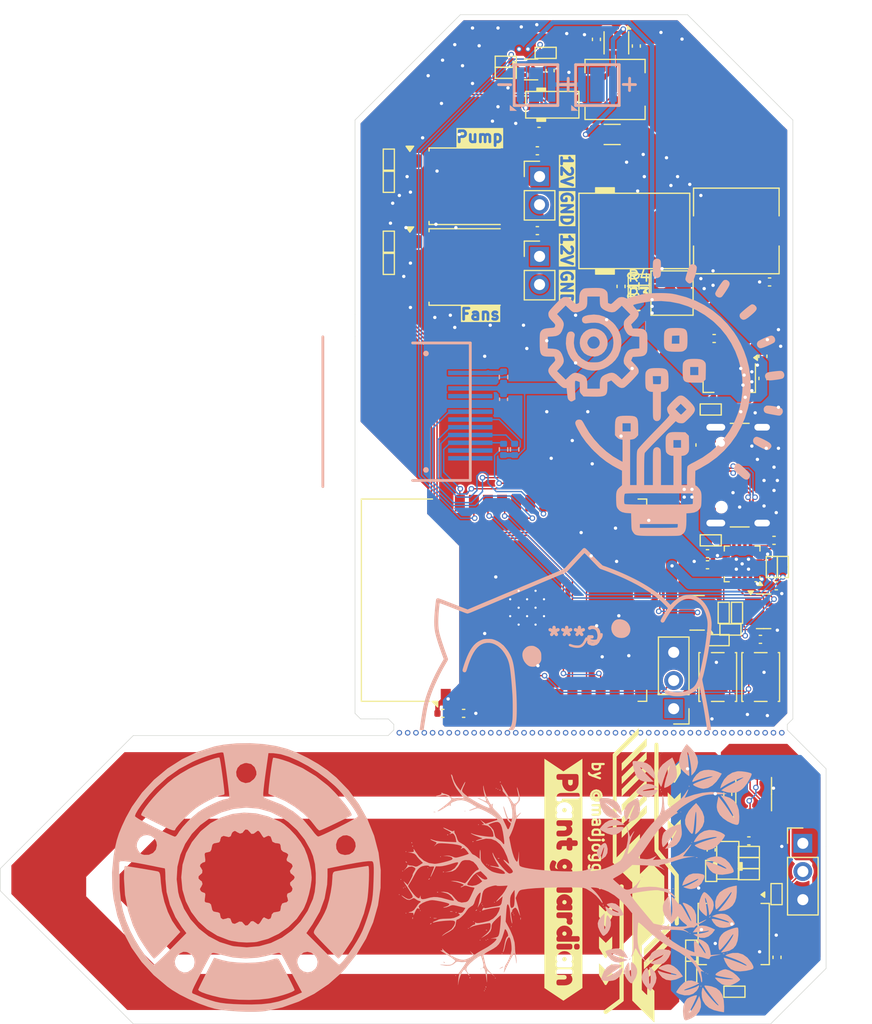
<source format=kicad_pcb>
(kicad_pcb (version 20241229) (generator "pcbnew") (generator_version "9.0")
  (layers (0 "F.Cu" signal) (2 "B.Cu" signal) (13 "F.Paste" user) (15 "B.Paste" user) (5 "F.SilkS" user "F.Silkscreen") (7 "B.SilkS" user "B.Silkscreen") (1 "F.Mask" user) (3 "B.Mask" user) (25 "Edge.Cuts" user))
  (net 0 "")
  (net 1 "Earth")
  (net 2 "5V")
  (net 3 "3.3V")
  (net 4 "12V")
  (net 5 "Net-(U3-V3_{OUT})")
  (net 6 "Net-(U5-COMP)")
  (net 7 "!RST")
  (net 8 "Net-(D2-K)")
  (net 9 "Net-(U4-THR)")
  (net 10 "Net-(D5-K)")
  (net 11 "Net-(D1-A)")
  (net 12 "Net-(D2-A)")
  (net 13 "Net-(D3-K)")
  (net 14 "Net-(D4-K)")
  (net 15 "SENSOR")
  (net 18 "SCLK")
  (net 19 "TX")
  (net 20 "GPIO 0")
  (net 24 "SENSOR_OUT")
  (net 25 "MOSI")
  (net 26 "RS")
  (net 31 "!SS")
  (net 32 "LED_CNTRL")
  (net 33 "unconnected-(DD1-IO5-Pad29)")
  (net 35 "SDA")
  (net 40 "RX")
  (net 42 "RES")
  (net 45 "SCL")
  (net 48 "Net-(HG1-LEDA)")
  (net 52 "USB+")
  (net 53 "Net-(J1-CC2)")
  (net 54 "USB-")
  (net 55 "Net-(J1-CC1)")
  (net 57 "Net-(J2-Pin_2)")
  (net 58 "Net-(J3-Pin_2)")
  (net 59 "!RTS")
  (net 60 "Net-(Q1-B)")
  (net 61 "!DTR")
  (net 62 "Net-(Q2-B)")
  (net 63 "Net-(Q3-G)")
  (net 64 "Net-(Q4-G)")
  (net 65 "Net-(U2-FB)")
  (net 66 "Net-(U3-TXD)")
  (net 67 "Net-(U3-RXD)")
  (net 68 "Net-(R10-Pad2)")
  (net 69 "Net-(U4-DIS)")
  (net 70 "Net-(U4-R)")
  (net 71 "Net-(U4-Q)")
  (net 72 "Net-(U6-ALERT)")
  (net 73 "FAN")
  (net 74 "Net-(U7B-+)")
  (net 75 "Net-(U7A--)")
  (net 76 "Net-(U7B--)")
  (net 77 "PUMP")
  (footprint "Capacitor_SMD:C_0402_1005Metric" (layer "F.Cu") (at 120.63 123.3 90)
    (property "Reference" "C16" (hide yes))
    (property "Value" "1uF")
  )
  (footprint "Button_Switch_SMD:SW_SPST_PTS810" (layer "F.Cu") (at 119.725 112.725 90)
    (property "Reference" "SW2" (hide yes))
    (property "Value" "KMR221GLFS")
  )
  (footprint "PCM_Resistor_SMD_AKL:R_0402_1005Metric" (layer "F.Cu") (at 125.6 102.8 -90)
    (property "Reference" "R6" (hide yes))
    (property "Value" "470R" (hide yes))
  )
  (footprint "PCM_Resistor_SMD_AKL:R_0402_1005Metric" (layer "F.Cu") (at 90.05 66.07 -90)
    (property "Reference" "R27" (hide yes))
    (property "Value" "10K" (hide yes))
  )
  (footprint "Capacitor_SMD:C_0402_1005Metric" (layer "F.Cu") (at 123.575 109.32645)
    (property "Reference" "C17" (hide yes))
    (property "Value" "1uF")
  )
  (footprint "PCM_Resistor_SMD_AKL:R_0402_1005Metric" (layer "F.Cu") (at 100.599996 57.24 180)
    (property "Reference" "R11" (hide yes))
    (property "Value" "5.1K" (hide yes))
  )
  (footprint "PCM_Resistor_SMD_AKL:R_0402_1005Metric" (layer "F.Cu") (at 124.6 102.8 -90)
    (property "Reference" "R5" (hide yes))
    (property "Value" "470R" (hide yes))
  )
  (footprint "LOGO" (layer "F.Cu") (at 112.593695 131.330373 45)
    (property "Reference" "G***" (hide yes))
    (property "Value" "LOGO" (hide yes))
  )
  (footprint "Capacitor_SMD:C_0402_1005Metric" (layer "F.Cu") (at 112.6 79.3)
    (property "Reference" "C3")
    (property "Value" "1uF")
  )
  (footprint "Capacitor_SMD:C_0402_1005Metric" (layer "F.Cu") (at 122.53 127.5)
    (property "Reference" "C20" (hide yes))
    (property "Value" "470pF")
  )
  (footprint "PCM_Resistor_SMD_AKL:R_0402_1005Metric" (layer "F.Cu") (at 117.33 139.3 90)
    (property "Reference" "R22" (hide yes))
    (property "Value" "15.1K" (hide yes))
  )
  (footprint "PCM_Resistor_SMD_AKL:R_0402_1005Metric" (layer "F.Cu") (at 100.599996 58.24 180)
    (property "Reference" "R17" (hide yes))
    (property "Value" "5.1K" (hide yes))
  )
  (footprint "PCM_Resistor_SMD_AKL:R_0402_1005Metric" (layer "F.Cu") (at 104.199996 56.44)
    (property "Reference" "R13" (hide yes))
    (property "Value" "5.1K" (hide yes))
  )
  (footprint "Capacitor_SMD:C_0402_1005Metric" (layer "F.Cu") (at 123.8 83.8 90)
    (property "Reference" "C5" (hide yes))
    (property "Value" "10uF")
  )
  (footprint "PCM_Resistor_SMD_AKL:R_0402_1005Metric" (layer "F.Cu") (at 119.09 88.6 180)
    (property "Reference" "R2" (hide yes))
    (property "Value" "5.1K" (hide yes))
  )
  (footprint "Capacitor_SMD:C_0402_1005Metric" (layer "F.Cu") (at 125.07 138 -90)
    (property "Reference" "C22" (hide yes))
    (property "Value" "1uF")
  )
  (footprint "PCM_Resistor_SMD_AKL:R_0402_1005Metric" (layer "F.Cu") (at 121.23 141.1)
    (property "Reference" "R26" (hide yes))
    (property "Value" "33.1K" (hide yes))
  )
  (footprint "Capacitor_SMD:C_0402_1005Metric" (layer "F.Cu") (at 124.4 77.1)
    (property "Reference" "C2" (hide yes))
    (property "Value" "10uF")
  )
  (footprint "Connector_PinHeader_2.54mm:PinHeader_1x03_P2.54mm_Vertical" (layer "F.Cu") (at 127.4 127.72)
    (property "Reference" "J4" (hide yes))
    (property "Value" "Conn_01x03_Pin")
  )
  (footprint "RF_Module:ESP32-WROOM-32" (layer "F.Cu") (at 103.435 105.795 90)
    (property "Reference" "DD1" (hide yes))
    (property "Value" "ESP32-WROOM-32")
  )
  (footprint "PCM_Resistor_SMD_AKL:R_0402_1005Metric" (layer "F.Cu") (at 90.05 73.47 -90)
    (property "Reference" "R20" (hide yes))
    (property "Value" "10K" (hide yes))
  )
  (footprint "Capacitor_SMD:C_0402_1005Metric" (layer "F.Cu") (at 94.92 116 180)
    (property "Reference" "C11" (hide yes))
    (property "Value" "100nF")
  )
  (footprint "Connector_PinHeader_2.54mm:PinHeader_1x03_P2.54mm_Vertical" (layer "F.Cu") (at 115.75 115.58 180)
    (property "Reference" "J5" (hide yes))
    (property "Value" "Conn_01x03_Pin")
  )
  (footprint "Package_TO_SOT_SMD:TO-252-2" (layer "F.Cu") (at 96.99 75.75)
    (property "Reference" "Q3" (hide yes))
    (property "Value" "HKTD90N03")
  )
  (footprint "PCM_Resistor_SMD_AKL:R_0402_1005Metric" (layer "F.Cu") (at 121.4625 106.935 -90)
    (property "Reference" "R8" (hide yes))
    (property "Value" "12K" (hide yes))
  )
  (footprint "PCM_Resistor_SMD_AKL:R_0402_1005Metric" (layer "F.Cu") (at 90.05 68.07 90)
    (property "Reference" "R25" (hide yes))
    (property "Value" "1K" (hide yes))
  )
  (footprint "Package_SO:SOIC-8_5.3x6.2mm_P1.27mm" (layer "F.Cu") (at 121.165 135.9 -90)
    (property "Reference" "U7" (hide yes))
    (property "Value" "LM2904D")
  )
  (footprint "PCM_Diode_SMD_AKL:D_SOD-123" (layer "F.Cu") (at 104.799996 61.12)
    (property "Reference" "D2" (hide yes))
    (property "Value" "MBR0540" (hide yes))
  )
  (footprint "Capacitor_SMD:C_0402_1005Metric" (layer "F.Cu") (at 117.4 91.8 90)
    (property "Reference" "C6" (hide yes))
    (property "Value" "10uF")
  )
  (footprint "PCM_Resistor_SMD_AKL:R_0402_1005Metric" (layer "F.Cu") (at 119.09 100.4)
    (property "Reference" "R1" (hide yes))
    (property "Value" "5.1K" (hide yes))
  )
  (footprint "Resistor_SMD:R_1206_3216Metric" (layer "F.Cu") (at 110.2 63.8 180)
    (property "Reference" "R16" (hide yes))
    (property "Value" "RL1206FR-070R576L")
  )
  (footprint "PCM_Diode_SMD_AKL:D_SMC" (layer "F.Cu") (at 112.2 72.5)
    (property "Reference" "D1" (hide yes))
    (property "Value" "SS34" (hide yes))
  )
  (footprint "Package_SON:WSON-6-1EP_2x2mm_P0.65mm_EP1x1.6mm" (layer "F.Cu") (at 110.579996 55.5375 -90)
    (property "Reference" "U5" (hide yes))
    (property "Value" "TPS61165")
  )
  (footprint "Capacitor_SMD:C_0402_1005Metric" (layer "F.Cu") (at 96.8 116)
    (property "Reference" "C9" (hide yes))
    (property "Value" "10uF")
  )
  (footprint "PCM_Package_TO_SOT_SMD_AKL:SOT-23-6" (layer "F.Cu") (at 115.6 78.1 -90)
    (property "Reference" "U2" (hide yes))
    (property "Value" "TLV61048DBVR" (hide yes))
  )
  (footprint "PCM_Resistor_SMD_AKL:R_0402_1005Metric" (layer "F.Cu") (at 122.53 129.5 180)
    (property "Reference" "R14" (hide yes))
    (property "Value" "10K" (hide yes))
  )
  (footprint "Package_SO:VSSOP-8_3x3mm_P0.65mm" (layer "F.Cu") (at 122.965 123.285 90)
    (property "Reference" "U4" (hide yes))
    (property "Value" "LM555DGKRG")
  )
  (footprint "Capacitor_SMD:C_0402_1005Metric" (layer "F.Cu") (at 103.6 62.8 180)
    (property "Reference" "C18" (hide yes))
    (property "Value" "1uF")
  )
  (footprint "PCM_Resistor_SMD_AKL:R_0402_1005Metric" (layer "F.Cu") (at 120.2625 106.935 90)
    (property "Reference" "R7" (hide yes))
    (property "Value" "12K" (hide yes))
  )
  (footprint "Package_TO_SOT_SMD:TO-252-2" (layer "F.Cu") (at 96.99 68.47)
    (property "Reference" "Q4" (hide yes))
    (property "Value" "HKTD90N03")
  )
  (footprint "Package_TO_SOT_SMD:SOT-563" (layer "F.Cu") (at 102.887496 57.94)
    (property "Reference" "U6" (hide yes))
    (property "Value" "TMP102AIDRLR")
  )
  (footprint "PCM_Resistor_SMD_AKL:R_0402_1005Metric" (layer "F.Cu") (at 112.6 77.9)
    (property "Reference" "R4")
    (property "Value" "107K" (hide yes))
  )
  (footprint "Capacitor_SMD:C_0402_1005Metric" (layer "F.Cu") (at 118.8 102.6 180)
    (property "Reference" "C8" (hide yes))
    (property "Value" "100nF")
  )
  (footprint "Package_TO_SOT_SMD:SOT-89-3" (layer "F.Cu") (at 120.7625 85.7 -90)
    (property "Reference" "U1" (hide yes))
    (property "Value" "AMS1117-3.3")
  )
  (footprint "Capacitor_SMD:C_0402_1005Metric" (layer "F.Cu") (at 119.4 82.2)
    (property "Reference" "C1" (hide yes))
    (property "Value" "10uF")
  )
  (footprint "PCM_Resistor_SMD_AKL:R_0402_1005Metric" (layer "F.Cu") (at 90.05 75.47 90)
    (property "Reference" "R19" (hide yes))
    (property "Value" "1K" (hide yes))
  )
  (footprint "Capacitor_SMD:C_0402_1005Metric" (layer "F.Cu") (at 108.779996 55.225 90)
    (property "Reference" "C15" (hide yes))
    (property "Value" "220nF")
  )
  (footprint "Connector_USB:USB_C_Receptacle_GCT_USB4105-xx-A_16P_TopMnt_Horizontal" (layer "F.Cu") (at 122.65355 94.52055 90)
    (property "Reference" "J1" (hide yes))
    (property "Value" "USB_C_Receptacle_USB2.0_16P")
  )
  (footprint "PCM_Resistor_SMD_AKL:R_0402_1005Metric" (layer "F.Cu") (at 119.13 130.21 90)
    (property "Reference" "R18" (hide yes))
    (property "Value" "1M" (hide yes))
  )
  (footprint "Connector_PinHeader_2.54mm:PinHeader_1x02_P2.54mm_Vertical" (layer "F.Cu") (at 103.65 67.595)
    (property "Reference" "J3" (hide yes))
    (property "Value" "Conn_01x02_Pin")
  )
  (footprint "Capacitor_SMD:C_0402_1005Metric" (layer "F.Cu") (at 118.8 101.6 180)
    (property "Reference" "C7" (hide yes))
    (property "Value" "10uF")
  )
  (footprint "Capacitor_SMD:C_0402_1005Metric" (layer "F.Cu") (at 103.45 72.47 180)
    (property "Reference" "C24" (hide yes))
    (property "Value" "10uF")
  )
  (footprint "Capacitor_SMD:C_0402_1005Metric" (layer "F.Cu") (at 111 77.5 -90)
    (property "Reference" "C10")
    (property "Value" "10uF")
  )
  (footprint "Capacitor_SMD:C_0402_1005Metric" (layer "F.Cu") (at 124.8 100.4)
    (property "Reference" "C12" (hide yes))
    (property "Value" "1uF")
  )
  (footprint "Button_Switch_SMD:SW_SPST_PTS810" (layer "F.Cu") (at 123.6 112.725 -90)
    (property "Reference" "SW1" (hide yes))
    (property "Value" "KMR221GLFS")
  )
  (footprint "PCM_Resistor_SMD_AKL:R_0402_1005Metric" (layer "F.Cu") (at 120.869759 108.445 180)
    (property "Reference" "R9" (hide yes))
    (property "Value" "12K" (hide yes))
  )
  (footprint "Capacitor_SMD:C_0402_1005Metric" (layer "F.Cu") (at 104.599996 58.04 90)
    (property "Reference" "C19" (hide yes))
    (property "Value" "1uF")
  )
  (footprint "Capacitor_SMD:C_0402_1005Metric" (layer "F.Cu") (at 123.8 85.8 -90)
    (property "Reference" "C4" (hide yes))
    (property "Value" "10uF")
  )
  (footprint "Package_TO_SOT_SMD:SOT-23" (layer "F.Cu") (at 117.8625 106.935 180)
    (property "Reference" "Q2" (hide yes))
    (property "Value" "SS8050")
  )
  (footprint "Capacitor_SMD:C_0402_1005Metric" (layer "F.Cu") (at 125 104.5)
    (property "Reference" "C13" (hide yes))
    (property "Value" "10uF")
  )
  (footprint "Package_DFN_QFN:WCH_QFN-16-1EP_3x3mm_P0.5mm_EP1.8x1.8mm" (layer "F.Cu") (at 121.92355 102.52055 180)
    (property "Reference" "U3" (hide yes))
    (property "Value" "CH343P")
  )
  (footprint "PCM_Resistor_SMD_AKL:R_0402_1005Metric" (layer "F.Cu") (at 125.03 132.3 -90)
    (property "Reference" "R23" (hide yes))
    (property "Value" "15.1K" (hide yes))
  )
  (footprint "PCM_Resistor_SMD_AKL:R_0402_1005Metric" (layer "F.Cu") (at 112.6 76.9 180)
    (property "Reference" "R3")
    (property "Value" "1.5M" (hide yes))
  )
  (footprint "PCM_Resistor_SMD_AKL:R_0402_1005Metric" (layer "F.Cu") (at 122.53 130.5 180)
    (property "Reference" "R12" (hide yes))
    (property "Value" "330R" (hide yes))
  )
  (footprint "Connector_PinHeader_2.54mm:PinHeader_1x02_P2.54mm_Vertical" (layer "F.Cu") (at 103.65 74.795)
    (property "Reference" "J2" (hide yes))
    (property "Value" "Conn_01x02_Pin")
  )
  (footprint "PCM_Resistor_SMD_AKL:R_0402_1005Metric" (layer "F.Cu") (at 119.8 109.4)
    (property "Reference" "R10" (hide yes))
    (property "Value" "470R" (hide yes))
  )
  (footprint "Capacitor_SMD:C_0402_1005Metric" (layer "F.Cu") (at 112.379996 55.825 -90)
    (property "Reference" "C14" (hide yes))
    (property "Value" "10uF")
  )
  (footprint "Capacitor_SMD:C_0402_1005Metric" (layer "F.Cu") (at 119.13 128.31 -90)
    (property "Reference" "C21" (hide yes))
    (property "Value" "1uF")
  )
  (footprint "Inductor_SMD:L_APV_APH0518" (layer "F.Cu") (at 110.459996 59.74 180)
    (property "Reference" "L2" (hide yes))
    (property "Value" "IHLP2020BZER100M01")
  )
  (footprint "Inductor_SMD:L_SXN_SMDRI73" (layer "F.Cu") (at 121.4 72.5 180)
    (property "Reference" "L1" (hide yes))
    (property "Value" "SMDRI74-4R7NT")
  )
  (footprint "PCM_Diode_SMD_AKL:D_SOD-323" (layer "F.Cu") (at 120.63 129.25 90)
    (property "Reference" "D5" (hide yes))
    (property "Value" "BAT60A" (hide yes))
  )
  (footprint "PCM_Resistor_SMD_AKL:R_0402_1005Metric" (layer "F.Cu") (at 122.53 128.5)
    (property "Reference" "R15" (hide yes))
    (property "Value" "1.6K" (hide yes))
  )
  (footprint "Package_TO_SOT_SMD:SOT-23" (layer "F.Cu") (at 123.8625 106.8)
    (property "Reference" "Q1" (hide yes))
    (property "Value" "SS8050")
  )
  (footprint "Capacitor_SMD:C_0402_1005Metric" (layer "F.Cu") (at 103.45 65.27 180)
    (property "Reference" "C25" (hide yes))
    (property "Value" "10uF")
  )
  (footprint "PCM_Resistor_SMD_AKL:R_0402_1005Metric" (layer "F.Cu") (at 117.33 137.4 -90)
    (property "Reference" "R24" (hide yes))
    (property "Value" "33.1K" (hide yes))
  )
  (footprint "kibuzzard-691EE203" (layer "F.Cu") (at 105.8 131 -90)
    (property "Reference" "kibuzzard-691EE203" (hide yes))
    (property "Value" "G***" (hide yes))
  )
  (footprint "LOGO" (layer "B.Cu") (at 76.934497 129.813225 180)
    (property "Reference" "G***" (hide yes))
    (property "Value" "LOGO" (hide yes))
  )
  (footprint "SMD3535-3P:SMD3535-3P" (layer "B.Cu") (at 108.86875 59.3)
    (property "Reference" "D4" (hide yes))
    (property "Value" "HL-C3535F3V3GA-ZW")
  )
  (footprint "LOGO" (layer "B.Cu") (at 114.7 87.5 180)
    (property "Reference" "G***" (hide yes))
    (property "Value" "LOGO" (hide yes))
  )
  (footprint "IPS_ST7735_0_96:ST7735 0.96" (layer "B.Cu") (at 111.9 95.3998 90)
    (property "Reference" "HG1" (hide yes))
    (property "Value" "ST7735")
  )
  (footprint "Resistor_SMD:R_0402_1005Metric" (layer "B.Cu") (at 101.4 92.2 90)
    (property "Reference" "R29" (hide yes))
    (property "Value" "10K")
  )
  (footprint "SMD3535-3P:SMD3535-3P" (layer "B.Cu") (at 103.33125 59.3)
    (property "Reference" "D3" (hide yes))
    (property "Value" "HL-C3535F3V3GA-ZW")
  )
  (footprint "LOGO" (layer "B.Cu") (at 106.848409 109.065467 180)
    (property "Reference" "G***")
    (property "Value" "LOGO" (hide yes))
  )
  (footprint "Resistor_SMD:R_0402_1005Metric" (layer "B.Cu") (at 100.4 85.68 -90)
    (property "Reference" "R21" (hide yes))
    (property "Value" "100R")
  )
  (footprint "LOGO" (layer "B.Cu") (at 107.3 131.7 90)
    (property "Reference" "G***" (hide yes))
    (property "Value" "LOGO" (hide yes))
  )
  (footprint "Resistor_SMD:R_0402_1005Metric" (layer "B.Cu") (at 100.4 92.2 90)
    (property "Reference" "R28" (hide yes))
    (property "Value" "10K")
  )
  (footprint "Capacitor_SMD:C_0402_1005Metric" (layer "B.Cu") (at 100.4 87.68 -90)
    (property "Reference" "C23" (hide yes))
    (property "Value" "22uF")
  )
  (gr_line (start 87 80) (end 87 62.5) (stroke (width 0.05)) (layer "Edge.Cuts"))
  (gr_line (start 90 116.5) (end 89 116.5) (stroke (width 0.05)) (layer "Edge.Cuts"))
  (gr_line (start 89 116.5) (end 87.5 116.5) (stroke (width 0.05)) (layer "Edge.Cuts"))
  (gr_line (start 117 53) (end 126.5 62.5) (stroke (width 0.05)) (layer "Edge.Cuts"))
  (gr_line (start 126 117) (end 126 117.5) (stroke (width 0.05)) (layer "Edge.Cuts"))
  (gr_line (start 90.5 117.5) (end 90.5 117) (stroke (width 0.05)) (layer "Edge.Cuts"))
  (gr_line (start 87 116) (end 87 82) (stroke (width 0.05)) (layer "Edge.Cuts"))
  (gr_line (start 87.5 116.5) (end 87 116) (stroke (width 0.05)) (layer "Edge.Cuts"))
  (gr_line (start 55 130) (end 67 118) (stroke (width 0.05)) (layer "Edge.Cuts"))
  (gr_line (start 87 82) (end 87 80) (stroke (width 0.05)) (layer "Edge.Cuts"))
  (gr_line (start 124.5 144) (end 67 144) (stroke (width 0.05)) (layer "Edge.Cuts"))
  (gr_line (start 55 132) (end 55 130) (stroke (width 0.05)) (layer "Edge.Cuts"))
  (gr_line (start 90.5 117) (end 90 116.5) (stroke (width 0.05)) (layer "Edge.Cuts"))
  (gr_line (start 129.5 128) (end 129.5 121) (stroke (width 0.05)) (layer "Edge.Cuts"))
  (gr_line (start 67 118) (end 90 118) (stroke (width 0.05)) (layer "Edge.Cuts"))
  (gr_line (start 126.5 116.5) (end 126 117) (stroke (width 0.05)) (layer "Edge.Cuts"))
  (gr_line (start 90 118) (end 90.5 117.5) (stroke (width 0.05)) (layer "Edge.Cuts"))
  (gr_line (start 96.5 53) (end 117 53) (stroke (width 0.05)) (layer "Edge.Cuts"))
  (gr_line (start 126 117.5) (end 126.5 118) (stroke (width 0.05)) (layer "Edge.Cuts"))
  (gr_line (start 126.5 62.5) (end 126.5 116.5) (stroke (width 0.05)) (layer "Edge.Cuts"))
  (gr_line (start 129.5 128) (end 129.5 139) (stroke (width 0.05)) (layer "Edge.Cuts"))
  (gr_line (start 67 144) (end 55 132) (stroke (width 0.05)) (layer "Edge.Cuts"))
  (gr_line (start 129.5 139) (end 124.5 144) (stroke (width 0.05)) (layer "Edge.Cuts"))
  (gr_line (start 126.5 118) (end 129.5 121) (stroke (width 0.05)) (layer "Edge.Cuts"))
  (gr_line (start 87 62.5) (end 96.5 53) (stroke (width 0.05)) (layer "Edge.Cuts"))
  (gr_text "Fans" (at 96.4 80.6 0) (layer "F.SilkS" knockout) (effects (font (size 1 1) (thickness 0.25) (bold yes)) (justify left bottom)))
  (gr_text "12V" (at 105.5 72.6 270) (layer "F.SilkS" knockout) (effects (font (size 1 1) (thickness 0.3) (bold yes)) (justify left bottom)))
  (gr_text "Pump" (at 96 64.6 0) (layer "F.SilkS" knockout) (effects (font (size 1 1) (thickness 0.25) (bold yes)) (justify left bottom)))
  (gr_text "GND" (at 105.5 75.9 270) (layer "F.SilkS" knockout) (effects (font (size 1 1) (thickness 0.25) (bold yes)) (justify left bottom)))
  (gr_text "12V" (at 105.5 65.5 270) (layer "F.SilkS" knockout) (effects (font (size 1 1) (thickness 0.3) (bold yes)) (justify left bottom)))
  (gr_text "GND" (at 105.5 68.8 270) (layer "F.SilkS" knockout) (effects (font (size 1 1) (thickness 0.25) (bold yes)) (justify left bottom)))
  (gr_text "by @madjogger" (at 108.3 120.2 270) (layer "F.SilkS") (effects (font (size 1 1) (thickness 0.2)) (justify left bottom)))
  (via (at 114.25 117.75) (size 0.5) (drill 0.3) (layers "F.Cu" "B.Cu") (net 0))
  (via (at 94 117.75) (size 0.5) (drill 0.3) (layers "F.Cu" "B.Cu") (net 0))
  (via (at 99.25 117.75) (size 0.5) (drill 0.3) (layers "F.Cu" "B.Cu") (net 0))
  (via (at 125.5 117.75) (size 0.5) (drill 0.3) (layers "F.Cu" "B.Cu") (net 0))
  (via (at 108.25 117.75) (size 0.5) (drill 0.3) (layers "F.Cu" "B.Cu") (net 0))
  (via (at 118 117.75) (size 0.5) (drill 0.3) (layers "F.Cu" "B.Cu") (net 0))
  (via (at 91 117.75) (size 0.5) (drill 0.3) (layers "F.Cu" "B.Cu") (net 0))
  (via (at 117.25 117.75) (size 0.5) (drill 0.3) (layers "F.Cu" "B.Cu") (net 0))
  (via (at 97 117.75) (size 0.5) (drill 0.3) (layers "F.Cu" "B.Cu") (net 0))
  (via (at 115.75 117.75) (size 0.5) (drill 0.3) (layers "F.Cu" "B.Cu") (net 0))
  (via (at 112 117.75) (size 0.5) (drill 0.3) (layers "F.Cu" "B.Cu") (net 0))
  (via (at 96.25 117.75) (size 0.5) (drill 0.3) (layers "F.Cu" "B.Cu") (net 0))
  (via (at 107.5 117.75) (size 0.5) (drill 0.3) (layers "F.Cu" "B.Cu") (net 0))
  (via (at 104.5 117.75) (size 0.5) (drill 0.3) (layers "F.Cu" "B.Cu") (net 0))
  (via (at 109 117.75) (size 0.5) (drill 0.3) (layers "F.Cu" "B.Cu") (net 0))
  (via (at 124.75 117.75) (size 0.5) (drill 0.3) (layers "F.Cu" "B.Cu") (net 0))
  (via (at 103 117.75) (size 0.5) (drill 0.3) (layers "F.Cu" "B.Cu") (net 0))
  (via (at 119.5 117.75) (size 0.5) (drill 0.3) (layers "F.Cu" "B.Cu") (net 0))
  (via (at 102.25 117.75) (size 0.5) (drill 0.3) (layers "F.Cu" "B.Cu") (net 0))
  (via (at 121 117.75) (size 0.5) (drill 0.3) (layers "F.Cu" "B.Cu") (net 0))
  (via (at 113.5 117.75) (size 0.5) (drill 0.3) (layers "F.Cu" "B.Cu") (net 0))
  (via (at 92.5 117.75) (size 0.5) (drill 0.3) (layers "F.Cu" "B.Cu") (net 0))
  (via (at 106.75 117.75) (size 0.5) (drill 0.3) (layers "F.Cu" "B.Cu") (net 0))
  (via (at 118.75 117.75) (size 0.5) (drill 0.3) (layers "F.Cu" "B.Cu") (net 0))
  (via (at 91.75 117.75) (size 0.5) (drill 0.3) (layers "F.Cu" "B.Cu") (net 0))
  (via (at 98.5 117.75) (size 0.5) (drill 0.3) (layers "F.Cu" "B.Cu") (net 0))
  (via (at 95.5 117.75) (size 0.5) (drill 0.3) (layers "F.Cu" "B.Cu") (net 0))
  (via (at 121.75 117.75) (size 0.5) (drill 0.3) (layers "F.Cu" "B.Cu") (net 0))
  (via (at 100.75 117.75) (size 0.5) (drill 0.3) (layers "F.Cu" "B.Cu") (net 0))
  (via (at 106 117.75) (size 0.5) (drill 0.3) (layers "F.Cu" "B.Cu") (net 0))
  (via (at 93.25 117.75) (size 0.5) (drill 0.3) (layers "F.Cu" "B.Cu") (net 0))
  (via (at 120.25 117.75) (size 0.5) (drill 0.3) (layers "F.Cu" "B.Cu") (net 0))
  (via (at 124 117.75) (size 0.5) (drill 0.3) (layers "F.Cu" "B.Cu") (net 0))
  (via (at 116.5 117.75) (size 0.5) (drill 0.3) (layers "F.Cu" "B.Cu") (net 0))
  (via (at 94.75 117.75) (size 0.5) (drill 0.3) (layers "F.Cu" "B.Cu") (net 0))
  (via (at 103.75 117.75) (size 0.5) (drill 0.3) (layers "F.Cu" "B.Cu") (net 0))
  (via (at 122.5 117.75) (size 0.5) (drill 0.3) (layers "F.Cu" "B.Cu") (net 0))
  (via (at 109.75 117.75) (size 0.5) (drill 0.3) (layers "F.Cu" "B.Cu") (net 0))
  (via (at 97.75 117.75) (size 0.5) (drill 0.3) (layers "F.Cu" "B.Cu") (net 0))
  (via (at 100 117.75) (size 0.5) (drill 0.3) (layers "F.Cu" "B.Cu") (net 0))
  (via (at 101.5 117.75) (size 0.5) (drill 0.3) (layers "F.Cu" "B.Cu") (net 0))
  (via (at 105.25 117.75) (size 0.5) (drill 0.3) (layers "F.Cu" "B.Cu") (net 0))
  (via (at 111.25 117.75) (size 0.5) (drill 0.3) (layers "F.Cu" "B.Cu") (net 0))
  (via (at 110.5 117.75) (size 0.5) (drill 0.3) (layers "F.Cu" "B.Cu") (net 0))
  (via (at 123.25 117.75) (size 0.5) (drill 0.3) (layers "F.Cu" "B.Cu") (net 0))
  (via (at 112.75 117.75) (size 0.5) (drill 0.3) (layers "F.Cu" "B.Cu") (net 0))
  (via (at 115 117.75) (size 0.5) (drill 0.3) (layers "F.Cu" "B.Cu") (net 0))
  (segment (start 117.4 91.32) (end 118.973 91.32) (width 0.4) (layer "F.Cu") (net 1))
  (segment (start 122.2625 83.1) (end 122.2625 83.75) (width 0.4) (layer "F.Cu") (net 1))
  (segment (start 123.92 77.1) (end 123.5 77.1) (width 0.127) (layer "F.Cu") (net 1))
  (segment (start 121.3625 82.2) (end 122.2625 83.1) (width 0.4) (layer "F.Cu") (net 1))
  (segment (start 119.88 82.2) (end 121.3625 82.2) (width 0.4) (layer "F.Cu") (net 1))
  (segment (start 97.28 116) (end 97.9 116) (width 0.4) (layer "F.Cu") (net 1))
  (segment (start 94.44 115.29) (end 95.185 114.545) (width 0.4) (layer "F.Cu") (net 1))
  (segment (start 94.44 116) (end 94.44 115.29) (width 0.4) (layer "F.Cu") (net 1))
  (segment (start 118.973 91.32) (end 118.97355 91.32055) (width 0.4) (layer "F.Cu") (net 1))
  (via (at 107.7 54.8) (size 0.5) (drill 0.3) (layers "F.Cu" "B.Cu") (net 1))
  (via (at 103.5 111.7) (size 0.5) (drill 0.3) (layers "F.Cu" "B.Cu") (net 1))
  (via (at 98.7 83.8) (size 0.5) (drill 0.3) (layers "F.Cu" "B.Cu") (net 1))
  (via (at 125.1 108.5) (size 0.5) (drill 0.3) (layers "F.Cu" "B.Cu") (net 1))
  (via (at 109.7 80.5) (size 0.5) (drill 0.3) (layers "F.Cu" "B.Cu") (net 1))
  (via (at 125.5 105.2) (size 0.5) (drill 0.3) (layers "F.Cu" "B.Cu") (net 1))
  (via (at 124.8 95.9) (size 0.5) (drill 0.3) (layers "F.Cu" "B.Cu") (net 1))
  (via (at 96.1 72.2) (size 0.5) (drill 0.3) (layers "F.Cu" "B.Cu") (net 1))
  (via (at 125 136) (size 0.5) (drill 0.3) (layers "F.Cu" "B.Cu") (net 1))
  (via (at 106.9 84.4) (size 0.5) (drill 0.3) (layers "F.Cu" "B.Cu") (net 1))
  (via (at 119.5 123.25) (size 0.5) (drill 0.3) (layers "F.Cu" "B.Cu") (net 1))
  (via (at 97.6 54.2) (size 0.5) (drill 0.3) (layers "F.Cu" "B.Cu") (net 1))
  (via (at 125.4 82.9) (size 0.5) (drill 0.3) (layers "F.Cu" "B.Cu") (net 1))
  (via (at 119.3 77.4) (size 0.5) (drill 0.3) (layers "F.Cu" "B.Cu") (net 1))
  (via (at 125 97.9) (size 0.5) (drill 0.3) (layers "F.Cu" "B.Cu") (net 1))
  (via (at 96.4 63.8) (size 0.5) (drill 0.3) (layers "F.Cu" "B.Cu") (net 1))
  (via (at 121.8 88.8) (size 0.5) (drill 0.3) (layers "F.Cu" "B.Cu") (net 1))
  (via (at 124.1 92.1) (size 0.5) (drill 0.3) (layers "F.Cu" "B.Cu") (net 1))
  (via (at 123.1 88.9) (size 0.5) (drill 0.3) (layers "F.Cu" "B.Cu") (net 1))
  (via (at 94.9 57.1) (size 0.5) (drill 0.3) (layers "F.Cu" "B.Cu") (net 1))
  (via (at 99.9 61.3) (size 0.5) (drill 0.3) (layers "F.Cu" "B.Cu") (net 1))
  (via (at 106.6 91.4) (size 0.5) (drill 0.3) (layers "F.Cu" "B.Cu") (net 1))
  (via (at 94.3 71.9) (size 0.5) (drill 0.3) (layers "F.Cu" "B.Cu") (net 1))
  (via (at 113 65.6) (size 0.5) (drill 0.3) (layers "F.Cu" "B.Cu") (net 1))
  (via (at 125.2 81.4) (size 0.5) (drill 0.3) (layers "F.Cu" "B.Cu") (net 1))
  (via (at 124.75 122.75) (size 0.5) (drill 0.3) (layers "F.Cu" "B.Cu") (net 1))
  (via (at 110.6 102.3) (size 0.5) (drill 0.3) (layers "F.Cu" "B.Cu") (net 1))
  (via (at 125.5 128) (size 0.5) (drill 0.3) (layers "F.Cu" "B.Cu") (net 1))
  (via (at 124.2 116.2) (size 0.5) (drill 0.3) (layers "F.Cu" "B.Cu") (net 1))
  (via (at 113.1 67.6) (size 0.5) (drill 0.3) (layers "F.Cu" "B.Cu") (net 1))
  (via (at 97.6 59.2) (size 0.5) (drill 0.3) (layers "F.Cu" "B.Cu") (net 1))
  (via (at 121 135) (size 0.5) (drill 0.3) (layers "F.Cu" "B.Cu") (net 1))
  (via (at 125.1 95) (size 0.5) (drill 0.3) (layers "F.Cu" "B.Cu") (net 1))
  (via (at 94.2 80.3) (size 0.5) (drill 0.3) (layers "F.Cu" "B.Cu") (net 1))
  (via (at 99.2 81) (size 0.5) (drill 0.3) (layers "F.Cu" "B.Cu") (net 1))
  (via (at 116.1 67.6) (size 0.5) (drill 0.3) (layers "F.Cu" "B.Cu") (net 1))
  (via (at 91 69.3) (size 0.5) (drill 0.3) (layers "F.Cu" "B.Cu") (net 1))
  (via (at 94.4 67.1) (size 0.5) (drill 0.3) (layers "F.Cu" "B.Cu") (net 1))
  (via (at 91.4 76.6) (size 0.5) (drill 0.3) (layers "F.Cu" "B.Cu") (net 1))
  (via (at 95.4 114.7) (size 0.5) (drill 0.3) (layers "F.Cu" "B.Cu") (net 1))
  (via (at 112 84.9) (size 0.5) (drill 0.3) (layers "F.Cu" "B.Cu") (net 1))
  (via (at 123.3 93.1) (size 0.5) (drill 0.3) (layers "F.Cu" "B.Cu") (net 1))
  (via (at 119.5 136.75) (size 0.5) (drill 0.3) (layers "F.Cu" "B.Cu") (net 1))
  (via (at 125.2 88.4) (size 0.5) (drill 0.3) (layers "F.Cu" "B.Cu") (net 1))
  (via (at 97.9 116) (size 0.5) (drill 0.3) (layers "F.Cu" "B.Cu") (net 1))
  (via (at 90.4 70) (size 0.5) (drill 0.3) (layers "F.Cu" "B.Cu") (net 1))
  (via (at 104.3 82.4) (size 0.5) (drill 0.3) (layers "F.Cu" "B.Cu") (net 1))
  (via (at 116.5 55.2) (size 0.5) (drill 0.3) (layers "F.Cu" "B.Cu") (net 1))
  (via (at 119.2 116.5) (size 0.5) (drill 0.3) (layers "F.Cu" "B.Cu") (net 1))
  (via (at 101.5 62.8) (size 0.5) (drill 0.3) (layers "F.Cu" "B.Cu") (net 1))
  (via (at 102.2 81) (size 0.5) (drill 0.3) (layers "F.Cu" "B.Cu") (net 1))
  (via (at 119.6 111.4) (size 0.5) (drill 0.3) (layers "F.Cu" "B.Cu") (net 1))
  (via (at 99.4 62.6) (size 0.5) (drill 0.3) (layers "F.Cu" "B.Cu") (net 1))
  (via (at 122.5 103) (size 0.5) (drill 0.3) (layers "F.Cu" "B.Cu") (net 1))
  (via (at 118.5 77.7) (size 0.5) (drill 0.3) (layers "F.Cu" "B.Cu") (net 1))
  (via (at 122.4 116.1) (size 0.5) (drill 0.3) (layers "F.Cu" "B.Cu") (net 1))
  (via (at 99.9 54.2) (size 0.5) (drill 0.3) (layers "F.Cu" "B.Cu") (net 1))
  (via (at 114.6 54.6) (size 0.5) (drill 0.3) (layers "F.Cu" "B.Cu") (net 1))
  (via (at 92 79.4) (size 0.5) (drill 0.3) (layers "F.Cu" "B.Cu") (net 1))
  (via (at 121.7 97.4) (size 0.5) (drill 0.3) (layers "F.Cu" "B.Cu") (net 1))
  (via (at 104.7 93) (size 0.5) (drill 0.3) (layers "F.Cu" "B.Cu") (net 1))
  (via (at 109.3 110.9) (size 0.5) (drill 0.3) (layers "F.Cu" "B.Cu") (net 1))
  (via (at 118.2 76.8) (size 0.5) (drill 0.3) (layers "F.Cu" "B.Cu") (net 1))
  (via (at 123.9 95) (size 0.5) (drill 0.3) (layers "F.Cu" "B.Cu") (net 1))
  (via (at 121.4 103) (size 0.5) (drill 0.3) (layers "F.Cu" "B.Cu") (net 1))
  (via (at 94.8 61) (size 0.5) (drill 0.3) (layers "F.Cu" "B.Cu") (net 1))
  (via (at 108 88.8) (size 0.5) (drill 0.3) (layers "F.Cu" "B.Cu") (net 1))
  (via (at 124.2 82.3) (size 0.5) (drill 0.3) (layers "F.Cu" "B.Cu") (net 1))
  (via (at 104.3 88.8) (size 0.5) (drill 0.3) (layers "F.Cu" "B.Cu") (net 1))
  (via (at 111.7 110.8) (size 0.5) (drill 0.3) (layers "F.Cu" "B.Cu") (net 1))
  (via (at 98.7 108.8) (size 0.5) (drill 0.3) (layers "F.Cu" "B.Cu") (net 1))
  (via (at 92 69) (size 0.5) (drill 0.3) (layers "F.Cu" "B.Cu") (net 1))
  (via (at 93.6 58.5) (size 0.5) (drill 0.3) (layers "F.Cu" "B.Cu") (net 1))
  (via (at 115.5 68.4) (size 0.5) (drill 0.3) (layers "F.Cu" "B.Cu") (net 1))
  (via (at 117 121) (size 0.5) (drill 0.3) (layers "F.Cu" "B.Cu") (net 1))
  (via (at 100.8 59.6) (size 0.5) (drill 0.3) (layers "F.Cu" "B.Cu") (net 1))
  (via (at 111 91) (size 0.5) (drill 0.3) (layers "F.Cu" "B.Cu") (net 1))
  (via (at 108.3 101.8) (size 0.5) (drill 0.3) (layers "F.Cu" "B.Cu") (net 1))
  (via (at 107.4 99.7) (size 0.5) (drill 0.3) (layers "F.Cu" "B.Cu") (net 1))
  (via (at 96 55.7) (size 0.5) (drill 0.3) (layers "F.Cu" "B.Cu") (net 1))
  (via (at 106.3 58.2) (size 0.5) (drill 0.3) (layers "F.Cu" "B.Cu") (net 1))
  (via (at 103.4 53.9) (size 0.5) (drill 0.3) (layers "F.Cu" "B.Cu") (net 1))
  (via (at 118 131.75) (size 0.5) (drill 0.3) (layers "F.Cu" "B.Cu") (net 1))
  (via (at 108.8 108.1) (size 0.5) (drill 0.3) (layers "F.Cu" "B.Cu") (net 1))
  (via (at 102.5 83.1) (size 0.5) (drill 0.3) (layers "F.Cu" "B.Cu") (net 1))
  (via (at 123.5 137.5) (size 0.5) (drill 0.3) (layers "F.Cu" "B.Cu") (net 1))
  (via (at 125.2 92.1) (size 0.5) (drill 0.3) (layers "F.Cu" "B.Cu") (net 1))
  (via (at 114.7 75.9) (size 0.5) (drill 0.3) (layers "F.Cu" "B.Cu") (net 1))
  (via (at 123.9 97.3) (size 0.5) (drill 0.3) (layers "F.Cu" "B.Cu") (net 1))
  (via (at 121.1 96.1) (size 0.5) (drill 0.3) (layers "F.Cu" "B.Cu") (net 1))
  (via (at 122.5 102.1) (size 0.5) (drill 0.3) (layers "F.Cu" "B.Cu") (net 1))
  (via (at 115.1 65.9) (size 0.5) (drill 0.3) (layers "F.Cu" "B.Cu") (net 1))
  (via (at 118.25 135.5) (size 0.5) (drill 0.3) (layers "F.Cu" "B.Cu") (net 1))
  (via (at 90.2 71.8) (size 0.5) (drill 0.3) (layers "F.Cu" "B.Cu") (net 1))
  (via (at 110.5 99.3) (size 0.5) (drill 0.3) (layers "F.Cu" "B.Cu") (net 1))
  (via (at 122.8 91.9) (size 0.5) (drill 0.3) (layers "F.Cu" "B.Cu") (net 1))
  (via (at 91.7 67.6) (size 0.5) (drill 0.3) (layers "F.Cu" "B.Cu") (net 1))
  (via (at 121.92355 102.52055) (size 0.5) (drill 0.3) (layers "F.Cu" "B.Cu") (net 1))
  (via (at 96 81.2) (size 0.5) (drill 0.3) (layers "F.Cu" "B.Cu") (net 1))
  (via (at 123.9 112.3) (size 0.5) (drill 0.3) (layers "F.Cu" "B.Cu") (net 1))
  (via (at 91.6 72.2) (size 0.5) (drill 0.3) (layers "F.Cu" "B.Cu") (net 1))
  (via (at 99.7 103.7) (size 0.5) (drill 0.3) (layers "F.Cu" "B.Cu") (net 1))
  (via (at 95.6 80.1) (size 0.5) (drill 0.3) (layers "F.Cu" "B.Cu") (net 1))
  (via (at 106.1 54.7) (size 0.5) (drill 0.3) (layers "F.Cu" "B.Cu") (net 1))
  (via (at 110.8 107.2) (size 0.5) (drill 0.3) (layers "F.Cu" "B.Cu") (net 1))
  (via (at 119.3 76.1) (size 0.5) (drill 0.3) (layers "F.Cu" "B.Cu") (net 1))
  (via (at 106.9 80.1) (size 0.5) (drill 0.3) (layers "F.Cu" "B.Cu") (net 1))
  (via (at 117.2 68.3) (size 0.5) (drill 0.3) (layers "F.Cu" "B.Cu") (net 1))
  (via (at 118.2 69.3) (size 0.5) (drill 0.3) (layers "F.Cu" "B.Cu") (net 1))
  (via (at 98.2 55.8) (size 0.5) (drill 0.3) (layers "F.Cu" "B.Cu") (net 1))
  (via (at 93.1 64.1) (size 0.5) (drill 0.3) (layers "F.Cu" "B.Cu") (net 1))
  (via (at 108.4 93.5) (size 0.5) (drill 0.3) (layers "F.Cu" "B.Cu") (net 1))
  (via (at 112.5 68.9) (size 0.5) (drill 0.3) (layers "F.Cu" "B.Cu") (net 1))
  (via (at 121.4 102.1) (size 0.5) (drill 0.3) (layers "F.Cu" "B.Cu") (net 1))
  (via (at 111.5 66.3) (size 0.5) (drill 0.3) (layers "F.Cu" "B.Cu") (net 1))
  (via (at 92 75.4) (size 0.5) (drill 0.3) (layers "F.Cu" "B.Cu") (net 1))
  (via (at 102 54.1) (size 0.5) (drill 0.3) (layers "F.Cu" "B.Cu") (net 1))
  (via (at 123.5 77.1) (size 0.5) (drill 0.3) (layers "F.Cu" "B.Cu") (net 1))
  (via (at 117.6 102.3) (size 0.5) (drill 0.3) (layers "F.Cu" "B.Cu") (net 1))
  (via (at 124.8 93.8) (size 0.5) (drill 0.3) (layers "F.Cu" "B.Cu") (net 1))
  (via (at 96.7 57.6) (size 0.5) (drill 0.3) (layers "F.Cu" "B.Cu") (net 1))
  (via (at 113.5 98.6) (size 0.5) (drill 0.3) (layers "F.Cu" "B.Cu") (net 1))
  (segment (start 119.28 101.9411) (end 119.45055 101.77055) (width 0.4) (layer "F.Cu") (net 2))
  (segment (start 120.43605 101.77055) (end 119.7 101.77055) (width 0.4) (layer "F.Cu") (net 2))
  (segment (start 119.45055 101.77055) (end 119.28 101.6) (width 0.4) (layer "F.Cu") (net 2))
  (segment (start 123.41105 102.27055) (end 123.798549 102.27055) (width 0.127) (layer "F.Cu") (net 2))
  (segment (start 124.223871 101.845228) (end 124.223871 101.64167) (width 0.127) (layer "F.Cu") (net 2))
  (segment (start 119.7 101.77055) (end 119.45055 101.77055) (width 0.4) (layer "F.Cu") (net 2))
  (segment (start 123.798549 102.27055) (end 124.223871 101.845228) (width 0.127) (layer "F.Cu") (net 2))
  (segment (start 119.28 102.6) (end 119.28 101.9411) (width 0.4) (layer "F.Cu") (net 2))
  (via (at 124.223871 101.64167) (size 0.5) (drill 0.3) (layers "F.Cu" "B.Cu") (net 2))
  (via (at 116.7 95.8) (size 0.5) (drill 0.3) (layers "F.Cu" "B.Cu") (net 2))
  (via (at 117.4 95.8) (size 0.5) (drill 0.3) (layers "F.Cu" "B.Cu") (net 2))
  (via (at 116.7 96.5) (size 0.5) (drill 0.3) (layers "F.Cu" "B.Cu") (net 2))
  (via (at 119.7 101.77055) (size 0.5) (drill 0.3) (layers "F.Cu" "B.Cu") (net 2))
  (via (at 117.4 96.5) (size 0.5) (drill 0.3) (layers "F.Cu" "B.Cu") (net 2))
  (segment (start 115.75 115.58) (end 117.228 114.102) (width 1) (layer "F.Cu") (net 3))
  (segment (start 113.8 96.5) (end 113.8 79.3) (width 1) (layer "F.Cu") (net 3))
  (segment (start 115.5595 108.0595) (end 115.5595 98.2595) (width 1) (layer "F.Cu") (net 3))
  (segment (start 117.228 114.102) (end 117.228 109.728) (width 1) (layer "F.Cu") (net 3))
  (segment (start 120.914759 109) (end 122.2 109) (width 0.127) (layer "F.Cu") (net 3))
  (segment (start 115.5595 98.2595) (end 113.8 96.5) (width 1) (layer "F.Cu") (net 3))
  (segment (start 124.8 105.7) (end 124.52 105.42) (width 0.127) (layer "F.Cu") (net 3))
  (segment (start 124.52 105.42) (end 124.52 104.5) (width 0.127) (layer "F.Cu") (net 3))
  (segment (start 117.228 109.728) (end 115.5595 108.0595) (width 1) (layer "F.Cu") (net 3))
  (segment (start 120.359759 108.445) (end 120.914759 109) (width 0.127) (layer "F.Cu") (net 3))
  (via (at 122 86.4) (size 0.5) (drill 0.3) (layers "F.Cu" "B.Cu") (net 3))
  (via (at 122.8 85.2) (size 0.5) (drill 0.3) (layers "F.Cu" "B.Cu") (net 3))
  (via (at 113.8 78.7) (size 0.5) (drill 0.3) (layers "F.Cu" "B.Cu") (net 3))
  (via (at 123.3 104.3) (size 0.5) (drill 0.3) (layers "F.Cu" "B.Cu") (net 3))
  (via (at 122.8 86.1) (size 0.5) (drill 0.3) (layers "F.Cu" "B.Cu") (net 3))
  (via (at 122.2 109) (size 0.5) (drill 0.3) (layers "F.Cu" "B.Cu") (net 3))
  (via (at 113.8 79.3) (size 0.5) (drill 0.3) (layers "F.Cu" "B.Cu") (net 3))
  (via (at 115.6 102.7) (size 0.5) (drill 0.3) (layers "F.Cu" "B.Cu") (net 3))
  (via (at 121.8 84.9) (size 0.5) (drill 0.3) (layers "F.Cu" "B.Cu") (net 3))
  (via (at 123.3 84.6) (size 0.5) (drill 0.3) (layers "F.Cu" "B.Cu") (net 3))
  (via (at 122.1 85.5) (size 0.5) (drill 0.3) (layers "F.Cu" "B.Cu") (net 3))
  (via (at 102.6 56.1) (size 0.5) (drill 0.3) (layers "F.Cu" "B.Cu") (net 3))
  (via (at 122.8 86.9) (size 0.5) (drill 0.3) (layers "F.Cu" "B.Cu") (net 3))
  (via (at 124.8 105.7) (size 0.5) (drill 0.3) (layers "F.Cu" "B.Cu") (net 3))
  (via (at 123.7 103.9) (size 0.5) (drill 0.3) (layers "F.Cu" "B.Cu") (net 3))
  (via (at 113.8 79.9) (size 0.5) (drill 0.3) (layers "F.Cu" "B.Cu") (net 3))
  (via (at 101.8 56.1) (size 0.5) (drill 0.3) (layers "F.Cu" "B.Cu") (net 3))
  (via (at 122.2 87.5) (size 0.5) (drill 0.3) (layers "F.Cu" "B.Cu") (net 3))
  (segment (start 100.3 86.6999) (end 100.3499 86.6999) (width 0.4) (layer "B.Cu") (net 3))
  (segment (start 102.3 86.6999) (end 106.4001 86.6999) (width 1) (layer "B.Cu") (net 3))
  (segment (start 123.3 104.3) (end 117.2 104.3) (width 1) (layer "B.Cu") (net 3))
  (segment (start 117.2 104.3) (end 115.6 102.7) (width 1) (layer "B.Cu") (net 3))
  (segment (start 101.4 92.71) (end 101.719146 92.71) (width 0.127) (layer "B.Cu") (net 3))
  (segment (start 97.4 86.6999) (end 100.3 86.6999) (width 0.4) (layer "B.Cu") (net 3))
  (segment (start 113.8 55.8) (end 113.8 79.9) (width 0.4) (layer "B.Cu") (net 3))
  (segment (start 111.7 53.7) (end 113.8 55.8) (width 0.4) (layer "B.Cu") (net 3))
  (segment (start 122.2 109) (end 122.2 108.3) (width 0.127) (layer "B.Cu") (net 3))
  (segment (start 104.850057 53.7) (end 111.7 53.7) (width 0.4) (layer "B.Cu") (net 3))
  (segment (start 100.4 86.75) (end 100.4 87.2) (width 0.4) (layer "B.Cu") (net 3))
  (segment (start 122.2 108.3) (end 124.8 105.7) (width 0.127) (layer "B.Cu") (net 3))
  (segment (start 100.3499 86.6999) (end 100.4 86.75) (width 0.4) (layer "B.Cu") (net 3))
  (segment (start 102.3 92.129146) (end 102.3 86.6999) (width 0.127) (layer "B.Cu") (net 3))
  (segment (start 100.3 86.6999) (end 102.3 86.6999) (width 1) (layer "B.Cu") (net 3))
  (segment (start 100.4 92.71) (end 101.4 92.71) (width 0.4) (layer "B.Cu") (net 3))
  (segment (start 102.6 55.950057) (end 104.850057 53.7) (width 0.4) (layer "B.Cu") (net 3))
  (segment (start 101.719146 92.71) (end 102.3 92.129146) (width 0.127) (layer "B.Cu") (net 3))
  (segment (start 106.4001 86.6999) (end 113.8 79.3) (width 1) (layer "B.Cu") (net 3))
  (segment (start 100.4 86.19) (end 100.4 87.2) (width 0.4) (layer "B.Cu") (net 3))
  (segment (start 102.6 56.1) (end 102.6 55.950057) (width 0.4) (layer "B.Cu") (net 3))
  (segment (start 122.419101 100.4) (end 124.32 100.4) (width 0.127) (layer "F.Cu") (net 5))
  (segment (start 122.17355 101.03305) (end 122.17355 100.645551) (width 0.127) (layer "F.Cu") (net 5))
  (segment (start 122.17355 100.645551) (end 122.419101 100.4) (width 0.127) (layer "F.Cu") (net 5))
  (segment (start 110.069996 54.14) (end 110.579996 54.65) (width 0.127) (layer "F.Cu") (net 6))
  (segment (start 109.384996 54.14) (end 110.069996 54.14) (width 0.127) (layer "F.Cu") (net 6))
  (segment (start 108.779996 54.745) (end 109.384996 54.14) (width 0.127) (layer "F.Cu") (net 6))
  (segment (start 123.095 109.32645) (end 123.095 110.08) (width 0.127) (layer "F.Cu") (net 7))
  (segment (start 99.37 112.6) (end 104.1 112.6) (width 0.127) (layer "F.Cu") (net 7))
  (segment (start 97.725 114.545) (end 97.725 114.245) (width 0.127) (layer "F.Cu") (net 7))
  (segment (start 122.525 114.8) (end 122.525 110.65) (width 0.127) (layer "F.Cu") (net 7))
  (segment (start 97.725 114.245) (end 99.37 112.6) (width 0.127) (layer "F.Cu") (net 7))
  (segment (start 123.095 108.80461) (end 123.45461 108.445) (width 0.127) (layer "F.Cu") (net 7))
  (segment (start 123.095 109.32645) (end 123.095 108.80461) (width 0.127) (layer "F.Cu") (net 7))
  (segment (start 124.8 106.8) (end 124.8 107.09961) (width 0.127) (layer "F.Cu") (net 7))
  (segment (start 124.8 107.09961) (end 123.45461 108.445) (width 0.127) (layer "F.Cu") (net 7))
  (segment (start 123.095 110.08) (end 122.525 110.65) (width 0.127) (layer "F.Cu") (net 7))
  (segment (start 123.45461 108.445) (end 121.379759 108.445) (width 0.127) (layer "F.Cu") (net 7))
  (via (at 122.5 113.8) (size 0.5) (drill 0.3) (layers "F.Cu" "B.Cu") (net 7))
  (via (at 104.1 112.6) (size 0.5) (drill 0.3) (layers "F.Cu" "B.Cu") (net 7))
  (segment (start 122.2 114.1) (end 122.5 113.8) (width 0.127) (layer "B.Cu") (net 7))
  (segment (start 105.6 114.1) (end 118.2 114.1) (width 0.127) (layer "B.Cu") (net 7))
  (segment (start 118.2 114.1) (end 122.2 114.1) (width 0.127) (layer "B.Cu") (net 7))
  (segment (start 104.1 112.6) (end 105.6 114.1) (width 0.127) (layer "B.Cu") (net 7))
  (segment (start 103.12 61.149996) (end 103.149996 61.12) (width 0.4) (layer "F.Cu") (net 8))
  (segment (start 103.12 62.8) (end 103.12 61.149996) (width 0.4) (layer "F.Cu") (net 8))
  (segment (start 102.869996 61.4) (end 103.149996 61.12) (width 0.4) (layer "F.Cu") (net 8))
  (segment (start 102.4 61.4) (end 102.869996 61.4) (width 0.4) (layer "F.Cu") (net 8))
  (via (at 102.4 61.4) (size 0.5) (drill 0.3) (layers "F.Cu" "B.Cu") (net 8))
  (segment (start 101.93125 59.3) (end 101.93125 60.93125) (width 0.4) (layer "B.Cu") (net 8))
  (segment (start 101.93125 60.93125) (end 102.4 61.4) (width 0.4) (layer "B.Cu") (net 8))
  (segment (start 122.64 123.96) (end 122.64 125.3975) (width 0.127) (layer "F.Cu") (net 9))
  (segment (start 122.64 125.3975) (end 122.64 127.13) (width 0.127) (layer "F.Cu") (net 9))
  (segment (start 122.565 123.885) (end 122.64 123.96) (width 0.127) (layer "F.Cu") (net 9))
  (segment (start 123.01 127.5) (end 123.01 128.47) (width 0.127) (layer "F.Cu") (net 9))
  (segment (start 123.29 121.1725) (end 123.29 122.56) (width 0.127) (layer "F.Cu") (net 9))
  (segment (start 123.29 122.56) (end 123.165 122.685) (width 0.127) (layer "F.Cu") (net 9))
  (segment (start 122.64 127.13) (end 123.01 127.5) (width 0.127) (layer "F.Cu") (net 9))
  (via (at 123.165 122.685) (size 0.5) (drill 0.3) (layers "F.Cu" "B.Cu") (net 9))
  (via (at 122.565 123.885) (size 0.5) (drill 0.3) (layers "F.Cu" "B.Cu") (net 9))
  (segment (start 123.165 123.285) (end 122.565 123.885) (width 0.127) (layer "B.Cu") (net 9))
  (segment (start 123.165 122.685) (end 123.165 123.285) (width 0.127) (layer "B.Cu") (net 9))
  (segment (start 120.53 132.4) (end 120.53 130.4) (width 0.127) (layer "F.Cu") (net 10))
  (segment (start 120.53 130.4) (end 120.63 130.3) (width 0.127) (layer "F.Cu") (net 10))
  (segment (start 119.13 129.7) (end 120.03 129.7) (width 0.127) (layer "F.Cu") (net 10))
  (segment (start 119.13 128.79) (end 119.13 129.7) (width 0.127) (layer "F.Cu") (net 10))
  (segment (start 120.03 129.7) (end 120.63 130.3) (width 0.127) (layer "F.Cu") (net 10))
  (segment (start 107.829996 59.74) (end 106.449996 61.12) (width 0.4) (layer "F.Cu") (net 12))
  (segment (start 109.929996 58.22) (end 108.409996 59.74) (width 0.4) (layer "F.Cu") (net 12))
  (segment (start 109.929996 56.425) (end 109.929996 58.22) (width 0.4) (layer "F.Cu") (net 12))
  (segment (start 108.409996 59.74) (end 107.829996 59.74) (width 0.4) (layer "F.Cu") (net 12))
  (segment (start 107.46875 59.3) (end 104.73125 59.3) (width 0.4) (layer "B.Cu") (net 13))
  (segment (start 107.8 63.8) (end 108.7375 63.8) (width 0.4) (layer "F.Cu") (net 14))
  (segment (start 111.229996 54.329996) (end 111.2 54.3) (width 0.4) (layer "F.Cu") (net 14))
  (segment (start 111.229996 54.65) (end 111.229996 54.329996) (width 0.4) (layer "F.Cu") (net 14))
  (via (at 107.8 63.8) (size 0.5) (drill 0.3) (layers "F.Cu" "B.Cu") (net 14))
  (via (at 111.2 54.3) (size 0.5) (drill 0.3) (layers "F.Cu" "B.Cu") (net 14))
  (segment (start 111.2 54.3) (end 110.26875 55.23125) (width 0.4) (layer "B.Cu") (net 14))
  (segment (start 110.26875 59.3) (end 110.26875 61.33125) (width 0.4) (layer "B.Cu") (net 14))
  (segment (start 110 61.6) (end 107.8 63.8) (width 0.4) (layer "B.Cu") (net 14))
  (segment (start 110.26875 55.23125) (end 110.26875 59.3) (width 0.4) (layer "B.Cu") (net 14))
  (segment (start 110.26875 61.33125) (end 110 61.6) (width 0.4) (layer "B.Cu") (net 14))
  (segment (start 119 126) (end 116 126) (width 0.4) (layer "F.Cu") (net 15))
  (segment (start 120.63 128.2) (end 120.63 127.13) (width 0.4) (layer "F.Cu") (net 15))
  (segment (start 116 126) (end 114.5 127.5) (width 0.4) (layer "F.Cu") (net 15))
  (segment (start 121.185 129.5) (end 122.02 129.5) (width 0.4) (layer "F.Cu") (net 15))
  (segment (start 119.5 126) (end 119 126) (width 0.4) (layer "F.Cu") (net 15))
  (segment (start 120.63 128.2) (end 120.63 128.945) (width 0.4) (layer "F.Cu") (net 15))
  (segment (start 120.63 127.13) (end 120.25 126.75) (width 0.4) (layer "F.Cu") (net 15))
  (segment (start 120.25 126.75) (end 119.5 126) (width 0.4) (layer "F.Cu") (net 15))
  (segment (start 120.63 128.945) (end 121.185 129.5) (width 0.4) (layer "F.Cu") (net 15))
  (segment (start 105.345 96.732) (end 105.345 97.045) (width 0.127) (layer "F.Cu") (net 18))
  (segment (start 97.5 95.75) (end 104.363 95.75) (width 0.127) (layer "F.Cu") (net 18))
  (segment (start 104.363 95.75) (end 105.345 96.732) (width 0.127) (layer "F.Cu") (net 18))
  (via (at 97.5 95.75) (size 0.5) (drill 0.3) (layers "F.Cu" "B.Cu") (net 18))
  (segment (start 97.0355 96.2145) (end 97.5 95.75) (width 0.127) (layer "B.Cu") (net 18))
  (segment (start 97.4 90.8998) (end 100.6098 90.8998) (width 0.127) (layer "B.Cu") (net 18))
  (segment (start 96.307597 96.2145) (end 97.0355 96.2145) (width 0.127) (layer "B.Cu") (net 18))
  (segment (start 95.5172 90.8998) (end 94.745 91.672) (width 0.127) (layer "B.Cu") (net 18))
  (segment (start 94.745 91.672) (end 94.745 92.75) (width 0.127) (layer "B.Cu") (net 18))
  (segment (start 100.6098 90.8998) (end 101.4 91.69) (width 0.127) (layer "B.Cu") (net 18))
  (segment (start 97.4 90.8998) (end 95.5172 90.8998) (width 0.127) (layer "B.Cu") (net 18))
  (segment (start 94.745 94.651903) (end 96.307597 96.2145) (width 0.127) (layer "B.Cu") (net 18))
  (segment (start 94.745 92.75) (end 94.745 94.651903) (width 0.127) (layer "B.Cu") (net 18))
  (segment (start 99 98.2) (end 98.995 98.195) (width 0.127) (layer "F.Cu") (net 19))
  (segment (start 98.995 98.195) (end 98.995 97.045) (width 0.127) (layer "F.Cu") (net 19))
  (segment (start 99.1 98.2) (end 99 98.2) (width 0.127) (layer "F.Cu") (net 19))
  (segment (start 125.6 103.31) (end 125.6 103.7) (width 0.127) (layer "F.Cu") (net 19))
  (via (at 99.1 98.2) (size 0.5) (drill 0.3) (layers "F.Cu" "B.Cu") (net 19))
  (via (at 125.6 103.7) (size 0.5) (drill 0.3) (layers "F.Cu" "B.Cu") (net 19))
  (segment (start 99.2 98.3) (end 99.4 98.3) (width 0.127) (layer "B.Cu") (net 19))
  (segment (start 99.4 98.3) (end 106.7 105.6) (width 0.127) (layer "B.Cu") (net 19))
  (segment (start 123.7 105.6) (end 125.6 103.7) (width 0.127) (layer "B.Cu") (net 19))
  (segment (start 106.7 105.6) (end 123.7 105.6) (width 0.127) (layer "B.Cu") (net 19))
  (segment (start 99.1 98.2) (end 99.2 98.3) (width 0.127) (layer "B.Cu") (net 19))
  (segment (start 118.06689 108.3765) (end 116.925 107.23461) (width 0.127) (layer "F.Cu") (net 20))
  (segment (start 112.945 97.045) (end 114.5 98.6) (width 0.127) (layer "F.Cu") (net 20))
  (segment (start 114.5 106.7) (end 114.4 106.8) (width 0.127) (layer "F.Cu") (net 20))
  (segment (start 119.29 109.4) (end 119.29 109.09) (width 0.127) (layer "F.Cu") (net 20))
  (segment (start 116.925 107.23461) (end 116.925 106.935) (width 0.127) (layer "F.Cu") (net 20))
  (segment (start 119.29 109.09) (end 118.5765 108.3765) (width 0.127) (layer "F.Cu") (net 20))
  (segment (start 116.96 106.9) (end 116.925 106.935) (width 0.127) (layer "F.Cu") (net 20))
  (segment (start 111.695 97.045) (end 112.945 97.045) (width 0.127) (layer "F.Cu") (net 20))
  (segment (start 114.5 98.6) (end 114.5 106.7) (width 0.127) (layer "F.Cu") (net 20))
  (segment (start 118.5765 108.3765) (end 118.06689 108.3765) (width 0.127) (layer "F.Cu") (net 20))
  (segment (start 117.9 106.9) (end 116.96 106.9) (width 0.127) (layer "F.Cu") (net 20))
  (via (at 114.4 106.8) (size 0.5) (drill 0.3) (layers "F.Cu" "B.Cu") (net 20))
  (via (at 117.9 106.9) (size 0.5) (drill 0.3) (layers "F.Cu" "B.Cu") (net 20))
  (segment (start 114.4 106.8) (end 117.8 106.8) (width 0.127) (layer "B.Cu") (net 20))
  (segment (start 117.8 106.8) (end 117.9 106.9) (width 0.127) (layer "B.Cu") (net 20))
  (segment (start 126 133.25) (end 121.8 137.45) (width 0.127) (layer "F.Cu") (net 24))
  (segment (start 113.04 115.75) (end 102.44 115.75) (width 0.127) (layer "F.Cu") (net 24))
  (segment (start 126 131.66) (end 126 133.25) (width 0.127) (layer "F.Cu") (net 24))
  (segment (start 102.44 115.75) (end 101.535 114.845) (width 0.127) (layer "F.Cu") (net 24))
  (segment (start 121.8 137.45) (end 121.8 139.4) (width 0.127) (layer "F.Cu") (net 24))
  (segment (start 101.535 114.845) (end 101.535 114.545) (width 0.127) (layer "F.Cu") (net 24))
  (segment (start 127.4 130.26) (end 126 131.66) (width 0.127) (layer "F.Cu") (net 24))
  (segment (start 121.8 141.04) (end 121.74 141.1) (width 0.127) (layer "F.Cu") (net 24))
  (segment (start 115.75 113.04) (end 113.04 115.75) (width 0.127) (layer "F.Cu") (net 24))
  (segment (start 121.8 139.4) (end 121.8 141.04) (width 0.127) (layer "F.Cu") (net 24))
  (segment (start 96.455 95.795) (end 96.455 97.045) (width 0.127) (layer "F.Cu") (net 25))
  (segment (start 96.5 95.75) (end 96.455 95.795) (width 0.127) (layer "F.Cu") (net 25))
  (via (at 96.5 95.75) (size 0.5) (drill 0.3) (layers "F.Cu" "B.Cu") (net 25))
  (segment (start 95 92.2) (end 95 94.25) (width 0.127) (layer "B.Cu") (net 25))
  (segment (start 97.4 91.6) (end 95.6 91.6) (width 0.127) (layer "B.Cu") (net 25))
  (segment (start 100.31 91.6) (end 100.4 91.69) (width 0.127) (layer "B.Cu") (net 25))
  (segment (start 97.4 91.6) (end 100.31 91.6) (width 0.127) (layer "B.Cu") (net 25))
  (segment (start 95.6 91.6) (end 95 92.2) (width 0.127) (layer "B.Cu") (net 25))
  (segment (start 95 94.25) (end 96.5 95.75) (width 0.127) (layer "B.Cu") (net 25))
  (segment (start 104 97.12) (end 104.075 97.045) (width 0.127) (layer "F.Cu") (net 26))
  (segment (start 104 98) (end 104 97.12) (width 0.127) (layer "F.Cu") (net 26))
  (via (at 104 98) (size 0.5) (drill 0.3) (layers "F.Cu" "B.Cu") (net 26))
  (segment (start 98.5 94.25) (end 98.75 94.25) (width 0.127) (layer "B.Cu") (net 26))
  (segment (start 97 96.5) (end 97.406903 96.5) (width 0.127) (layer "B.Cu") (net 26))
  (segment (start 98 95.5) (end 98 94.593097) (width 0.127) (layer "B.Cu") (net 26))
  (segment (start 99 94.5) (end 99 95.25) (width 0.127) (layer "B.Cu") (net 26))
  (segment (start 99 95.25) (end 99.75 96) (width 0.127) (layer "B.Cu") (net 26))
  (segment (start 98.343097 94.25) (end 98.5 94.25) (width 0.127) (layer "B.Cu") (net 26))
  (segment (start 98.75 94.25) (end 99 94.5) (width 0.127) (layer "B.Cu") (net 26))
  (segment (start 94.49 91.31) (end 94.49 92.75) (width 0.127) (layer "B.Cu") (net 26))
  (segment (start 96.232473 96.5) (end 97 96.5) (width 0.127) (layer "B.Cu") (net 26))
  (segment (start 98 94.593097) (end 98.343097 94.25) (width 0.127) (layer "B.Cu") (net 26))
  (segment (start 94.49 92.75) (end 94.490001 94.757528) (width 0.127) (layer "B.Cu") (net 26))
  (segment (start 99.75 96) (end 102 96) (width 0.127) (layer "B.Cu") (net 26))
  (segment (start 94.490001 94.757528) (end 96.232473 96.5) (width 0.127) (layer "B.Cu") (net 26))
  (segment (start 98 95.906903) (end 98 95.5) (width 0.127) (layer "B.Cu") (net 26))
  (segment (start 95.6 90.2) (end 94.49 91.31) (width 0.127) (layer "B.Cu") (net 26))
  (segment (start 102 96) (end 104 98) (width 0.127) (layer "B.Cu") (net 26))
  (segment (start 97.4 90.2) (end 95.6 90.2) (width 0.127) (layer "B.Cu") (net 26))
  (segment (start 97.406903 96.5) (end 98 95.906903) (width 0.127) (layer "B.Cu") (net 26))
  (segment (start 109.155 96.655) (end 109.155 97.045) (width 0.127) (layer "F.Cu") (net 31))
  (segment (start 107.25 94.75) (end 109.155 96.655) (width 0.127) (layer "F.Cu") (net 31))
  (segment (start 98.5 94.75) (end 107.25 94.75) (width 0.127) (layer "F.Cu") (net 31))
  (via (at 98.5 94.75) (size 0.5) (drill 0.3) (layers "F.Cu" "B.Cu") (net 31))
  (segment (start 98.5 94.75) (end 98.5 96) (width 0.127) (layer "B.Cu") (net 31))
  (segment (start 95.901767 97) (end 94 95.098233) (width 0.127) (layer "B.Cu") (net 31))
  (segment (start 97.5 97) (end 95.901767 97) (width 0.127) (layer "B.Cu") (net 31))
  (segment (start 94 95.098233) (end 94 90.317) (width 0.127) (layer "B.Cu") (net 31))
  (segment (start 94 90.317) (end 95.517 88.8) (width 0.127) (layer "B.Cu") (net 31))
  (segment (start 95.517 88.8) (end 97.4 88.8) (width 0.127) (layer "B.Cu") (net 31))
  (segment (start 98.5 96) (end 97.5 97) (width 0.127) (layer "B.Cu") (net 31))
  (segment (start 89.2 69.7) (end 89.2 78.521248) (width 0.127) (layer "F.Cu") (net 32))
  (segment (start 101.8 100.21) (end 102.488752 100.21) (width 0.127) (layer "F.Cu") (net 32))
  (segment (start 108.4 62.1) (end 106 62.1) (width 0.127) (layer "F.Cu") (net 32))
  (segment (start 105.4 62.1) (end 104.5 61.2) (width 0.127) (layer "F.Cu") (net 32))
  (segment (start 93.89 83.211248) (end 93.89 86.3) (width 0.127) (layer "F.Cu") (net 32))
  (segment (start 105.8 103.521248) (end 105.8 112.4) (width 0.127) (layer "F.Cu") (net 32))
  (segment (start 110.579996 59.920004) (end 108.4 62.1) (width 0.127) (layer "F.Cu") (net 32))
  (segment (start 93.890002 98.05425) (end 96.045752 100.21) (width 0.127) (layer "F.Cu") (net 32))
  (segment (start 92.189376 81.510624) (end 93.89 83.211248) (width 0.127) (layer "F.Cu") (net 32))
  (segment (start 96.045752 100.21) (end 101.8 100.21) (width 0.127) (layer "F.Cu") (net 32))
  (segment (start 109.155 112.555) (end 109.155 114.545) (width 0.127) (layer "F.Cu") (net 32))
  (segment (start 110.579996 56.425) (end 110.579996 59.920004) (width 0.127) (layer "F.Cu") (net 32))
  (segment (start 109 112.4) (end 109.155 112.555) (width 0.127) (layer "F.Cu") (net 32))
  (segment (start 104.5 61.2) (end 103.5 60.2) (width 0.127) (layer "F.Cu") (net 32))
  (segment (start 94.624518 60.2) (end 89.2 65.624518) (width 0.127) (layer "F.Cu") (net 32))
  (segment (start 104.989376 102.710624) (end 105.8 103.521248) (width 0.127) (layer "F.Cu") (net 32))
  (segment (start 93.89 86.3) (end 93.890002 98.05425) (width 0.127) (layer "F.Cu") (net 32))
  (segment (start 106 62.1) (end 105.4 62.1) (width 0.127) (layer "F.Cu") (net 32))
  (segment (start 89.2 65.624518) (end 89.2 69.7) (width 0.127) (layer "F.Cu") (net 32))
  (segment (start 102.6 60.2) (end 94.624518 60.2) (width 0.127) (layer "F.Cu") (net 32))
  (segment (start 89.2 78.521248) (end 92.189376 81.510624) (width 0.127) (layer "F.Cu") (net 32))
  (segment (start 103.5 60.2) (end 102.6 60.2) (width 0.127) (layer "F.Cu") (net 32))
  (segment (start 102.488752 100.21) (end 104.989376 102.710624) (width 0.127) (layer "F.Cu") (net 32))
  (via (at 105.8 112.4) (size 0.5) (drill 0.3) (layers "F.Cu" "B.Cu") (net 32))
  (via (at 109 112.4) (size 0.5) (drill 0.3) (layers "F.Cu" "B.Cu") (net 32))
  (segment (start 105.8 112.4) (end 105.9 112.5) (width 0.127) (layer "B.Cu") (net 32))
  (segment (start 105.9 112.5) (end 108.9 112.5) (width 0.127) (layer "B.Cu") (net 32))
  (segment (start 108.9 112.5) (end 109 112.4) (width 0.127) (layer "B.Cu") (net 32))
  (segment (start 106.615 97.045) (end 106.615 96.745) (width 0.127) (layer "F.Cu") (net 33))
  (segment (start 102.577 98.4) (end 101.8 97.623) (width 0.127) (layer "F.Cu") (net 35))
  (segment (start 103.689996 55.710004) (end 103.7 55.7) (width 0.127) (layer "F.Cu") (net 35))
  (segment (start 103 98.4) (end 102.577 98.4) (width 0.127) (layer "F.Cu") (net 35))
  (segment (start 103.689996 56.44) (end 103.689996 55.710004) (width 0.127) (layer "F.Cu") (net 35))
  (segment (start 101.8 97.623) (end 101.8 97.31) (width 0.127) (layer "F.Cu") (net 35))
  (segment (start 101.8 97.31) (end 101.535 97.045) (width 0.127) (layer "F.Cu") (net 35))
  (segment (start 103.689996 57.35) (end 103.599996 57.44) (width 0.127) (layer "F.Cu") (net 35))
  (segment (start 103.689996 56.44) (end 103.689996 57.35) (width 0.127) (layer "F.Cu") (net 35))
  (via (at 103.7 55.7) (size 0.5) (drill 0.3) (layers "F.Cu" "B.Cu") (net 35))
  (via (at 103 98.4) (size 0.5) (drill 0.3) (layers "F.Cu" "B.Cu") (net 35))
  (segment (start 101.4 57) (end 102.4 57) (width 0.127) (layer "B.Cu") (net 35))
  (segment (start 95.755 97.255) (end 93 94.5) (width 0.127) (layer "B.Cu") (net 35))
  (segment (start 97.845 97.255) (end 95.755 97.255) (width 0.127) (layer "B.Cu") (net 35))
  (segment (start 103 98.4) (end 101 96.4) (width 0.127) (layer "B.Cu") (net 35))
  (segment (start 98.7 96.4) (end 97.845 97.255) (width 0.127) (layer "B.Cu") (net 35))
  (segment (start 93 94.5) (end 93 65.4) (width 0.127) (layer "B.Cu") (net 35))
  (segment (start 93 65.4) (end 101.4 57) (width 0.127) (layer "B.Cu") (net 35))
  (segment (start 101 96.4) (end 98.7 96.4) (width 0.127) (layer "B.Cu") (net 35))
  (segment (start 102.4 57) (end 103.7 55.7) (width 0.127) (layer "B.Cu") (net 35))
  (segment (start 100.5 97.28) (end 100.265 97.045) (width 0.127) (layer "F.Cu") (net 40))
  (segment (start 100.5 98.2) (end 100.5 97.28) (width 0.127) (layer "F.Cu") (net 40))
  (segment (start 124.6 103.31) (end 124.6 103.7) (width 0.127) (layer "F.Cu") (net 40))
  (via (at 100.5 98.2) (size 0.5) (drill 0.3) (layers "F.Cu" "B.Cu") (net 40))
  (via (at 124.6 103.7) (size 0.5) (drill 0.3) (layers "F.Cu" "B.Cu") (net 40))
  (segment (start 123.5 105.3) (end 107.9 105.3) (width 0.127) (layer "B.Cu") (net 40))
  (segment (start 100.8 98.2) (end 100.5 98.2) (width 0.127) (layer "B.Cu") (net 40))
  (segment (start 124.6 104.2) (end 123.5 105.3) (width 0.127) (layer "B.Cu") (net 40))
  (segment (start 107.9 105.3) (end 100.8 98.2) (width 0.127) (layer "B.Cu") (net 40))
  (segment (start 124.6 103.7) (end 124.6 104.2) (width 0.127) (layer "B.Cu") (net 40))
  (segment (start 106.403 95.25) (end 107.885 96.732) (width 0.127) (layer "F.Cu") (net 42))
  (segment (start 100 95.25) (end 106.403 95.25) (width 0.127) (layer "F.Cu") (net 42))
  (segment (start 107.885 96.732) (end 107.885 97.045) (width 0.127) (layer "F.Cu") (net 42))
  (via (at 100 95.25) (size 0.5) (drill 0.3) (layers "F.Cu" "B.Cu") (net 42))
  (segment (start 99.5915 92.733018) (end 100.076018 92.2485) (width 0.127) (layer "B.Cu") (net 42))
  (segment (start 100.076018 92.2485) (end 101.626982 92.2485) (width 0.127) (layer "B.Cu") (net 42))
  (segment (start 101.9115 91.416018) (end 99.995482 89.5) (width 0.127) (layer "B.Cu") (net 42))
  (segment (start 99.995482 89.5) (end 97.4 89.5) (width 0.127) (layer "B.Cu") (net 42))
  (segment (start 100 95.25) (end 100 95.067) (width 0.127) (layer "B.Cu") (net 42))
  (segment (start 99.5915 94.6585) (end 99.5915 92.733018) (width 0.127) (layer "B.Cu") (net 42))
  (segment (start 101.626982 92.2485) (end 101.9115 91.963982) (width 0.127) (layer "B.Cu") (net 42))
  (segment (start 101.9115 91.963982) (end 101.9115 91.416018) (width 0.127) (layer "B.Cu") (net 42))
  (segment (start 100 95.067) (end 99.5915 94.6585) (width 0.127) (layer "B.Cu") (net 42))
  (segment (start 101.309996 57.44) (end 101.109996 57.24) (width 0.127) (layer "F.Cu") (net 45))
  (segment (start 101.1 57.230004) (end 101.109996 57.24) (width 0.127) (layer "F.Cu") (net 45))
  (segment (start 101.1 56.6) (end 101.1 57.230004) (width 0.127) (layer "F.Cu") (net 45))
  (segment (start 102.174996 57.44) (end 101.309996 57.44) (width 0.127) (layer "F.Cu") (net 45))
  (segment (start 97.8 98.3) (end 97.725 98.225) (width 0.127) (layer "F.Cu") (net 45))
  (segment (start 97.725 98.225) (end 97.725 97.045) (width 0.127) (layer "F.Cu") (net 45))
  (segment (start 97.8 98.4) (end 97.8 98.3) (width 0.127) (layer "F.Cu") (net 45))
  (via (at 101.1 56.6) (size 0.5) (drill 0.3) (layers "F.Cu" "B.Cu") (net 45))
  (via (at 97.8 98.4) (size 0.5) (drill 0.3) (layers "F.Cu" "B.Cu") (net 45))
  (segment (start 92.745 94.605624) (end 95.469688 97.330312) (width 0.127) (layer "B.Cu") (net 45))
  (segment (start 101.1 56.939376) (end 97.519688 60.519688) (width 0.127) (layer "B.Cu") (net 45))
  (segment (start 101.1 56.6) (end 101.1 56.939376) (width 0.127) (layer "B.Cu") (net 45))
  (segment (start 97.519688 60.519688) (end 92.745 65.294376) (width 0.127) (layer "B.Cu") (net 45))
  (segment (start 92.745 65.294376) (end 92.745 69.7) (width 0.127) (layer "B.Cu") (net 45))
  (segment (start 96.539376 98.4) (end 97.8 98.4) (width 0.127) (layer "B.Cu") (net 45))
  (segment (start 95.469688 97.330312) (end 96.539376 98.4) (width 0.127) (layer "B.Cu") (net 45))
  (segment (start 92.745 69.7) (end 92.745 94.605624) (width 0.127) (layer "B.Cu") (net 45))
  (segment (start 98.9499 85.3001) (end 99 85.25) (width 0.127) (layer "B.Cu") (net 48))
  (segment (start 100.2699 85.3001) (end 100.4 85.17) (width 0.4) (layer "B.Cu") (net 48))
  (segment (start 97.4 85.3001) (end 98.9499 85.3001) (width 0.127) (layer "B.Cu") (net 48))
  (segment (start 99 85.25) (end 99.0501 85.3001) (width 0.4) (layer "B.Cu") (net 48))
  (segment (start 99.0501 85.3001) (end 100.2699 85.3001) (width 0.4) (layer "B.Cu") (net 48))
  (segment (start 121.555 99.61821) (end 121.555 100.333249) (width 0.1359) (layer "F.Cu") (net 52))
  (segment (start 119.836051 94.77055) (end 118.97355 94.77055) (width 0.1359) (layer "F.Cu") (net 52))
  (segment (start 122.905 96.1161) (end 121.678 94.8891) (width 0.1359) (layer "F.Cu") (net 52))
  (segment (start 119.954601 94.8891) (end 119.836051 94.77055) (width 0.1359) (layer "F.Cu") (net 52))
  (segment (start 122.905 98.26821) (end 121.555 99.61821) (width 0.1359) (layer "F.Cu") (net 52))
  (segment (start 118.97355 93.77055) (end 119.836051 93.77055) (width 0.1359) (layer "F.Cu") (net 52))
  (segment (start 122.905 96.693479) (end 122.905 98.26821) (width 0.1359) (layer "F.Cu") (net 52))
  (segment (start 123.08705 96.511429) (end 122.905 96.693479) (width 0.1359) (layer "F.Cu") (net 52))
  (segment (start 119.954601 93.8891) (end 120.934699 93.8891) (width 0.1359) (layer "F.Cu") (net 52))
  (segment (start 121.555 100.333249) (end 121.67355 100.451799) (width 0.1359) (layer "F.Cu") (net 52))
  (segment (start 123.08705 96.511429) (end 122.905 96.329379) (width 0.1359) (layer "F.Cu") (net 52))
  (segment (start 121.678 94.8891) (end 119.954601 94.8891) (width 0.1359) (layer "F.Cu") (net 52))
  (segment (start 120.934699 93.8891) (end 121.116749 93.70705) (width 0.1359) (layer "F.Cu") (net 52))
  (segment (start 119.836051 93.77055) (end 119.954601 93.8891) (width 0.1359) (layer "F.Cu") (net 52))
  (segment (start 121.67355 100.451799) (end 121.67355 101.03305) (width 0.1359) (layer "F.Cu") (net 52))
  (segment (start 122.905 96.329379) (end 122.905 96.1161) (width 0.1359) (layer "F.Cu") (net 52))
  (via (at 121.116749 93.70705) (size 0.5) (drill 0.3) (layers "F.Cu" "B.Cu") (net 52))
  (via (at 123.08705 96.511429) (size 0.5) (drill 0.3) (layers "F.Cu" "B.Cu") (net 52))
  (segment (start 121.116749 93.70705) (end 121.298799 93.8891) (width 0.1359) (layer "B.Cu") (net 52))
  (segment (start 122.905 94.3161) (end 122.905 96.329379) (width 0.1359) (layer "B.Cu") (net 52))
  (segment (start 122.478 93.8891) (end 122.905 94.3161) (width 0.1359) (layer "B.Cu") (net 52))
  (segment (start 122.905 96.329379) (end 123.08705 96.511429) (width 0.1359) (layer "B.Cu") (net 52))
  (segment (start 121.298799 93.8891) (end 122.478 93.8891) (width 0.1359) (layer "B.Cu") (net 52))
  (segment (start 119.82945 92.77055) (end 118.97355 92.77055) (width 0.127) (layer "F.Cu") (net 53))
  (segment (start 120.79005 91.80995) (end 119.82945 92.77055) (width 0.127) (layer "F.Cu") (net 53))
  (segment (start 119.6 88.6) (end 120.79005 89.79005) (width 0.127) (layer "F.Cu") (net 53))
  (segment (start 120.79005 89.79005) (end 120.79005 91.80995) (width 0.127) (layer "F.Cu") (net 53))
  (segment (start 121.2911 99.5089) (end 122.6181 98.1819) (width 0.1359) (layer "F.Cu") (net 54))
  (segment (start 122.6181 96.669479) (end 122.46005 96.511429) (width 0.1359) (layer "F.Cu") (net 54))
  (segment (start 121.17355 101.03305) (end 121.17355 100.451799) (width 0.1359) (layer "F.Cu") (net 54))
  (segment (start 122.6421 96.329379) (end 122.6421 96.225) (width 0.1359) (layer "F.Cu") (net 54))
  (segment (start 119.836051 94.27055) (end 119.954601 94.152) (width 0.1359) (layer "F.Cu") (net 54))
  (segment (start 119.836051 95.27055) (end 118.97355 95.27055) (width 0.1359) (layer "F.Cu") (net 54))
  (segment (start 119.954601 95.152) (end 119.836051 95.27055) (width 0.1359) (layer "F.Cu") (net 54))
  (segment (start 120.934699 94.152) (end 121.116749 94.33405) (width 0.1359) (layer "F.Cu") (net 54))
  (segment (start 119.954601 94.152) (end 120.934699 94.152) (width 0.1359) (layer "F.Cu") (net 54))
  (segment (start 121.5691 95.152) (end 119.954601 95.152) (width 0.1359) (layer "F.Cu") (net 54))
  (segment (start 121.2911 100.334249) (end 121.2911 99.5089) (width 0.1359) (layer "F.Cu") (net 54))
  (segment (start 122.6181 98.1819) (end 122.6181 96.669479) (width 0.1359) (layer "F.Cu") (net 54))
  (segment (start 121.17355 100.451799) (end 121.2911 100.334249) (width 0.1359) (layer "F.Cu") (net 54))
  (segment (start 122.46005 96.511429) (end 122.6421 96.329379) (width 0.1359) (layer "F.Cu") (net 54))
  (segment (start 118.97355 94.27055) (end 119.836051 94.27055) (width 0.1359) (layer "F.Cu") (net 54))
  (segment (start 122.6421 96.225) (end 121.5691 95.152) (width 0.1359) (layer "F.Cu") (net 54))
  (via (at 121.116749 94.33405) (size 0.5) (drill 0.3) (layers "F.Cu" "B.Cu") (net 54))
  (via (at 122.46005 96.511429) (size 0.5) (drill 0.3) (layers "F.Cu" "B.Cu") (net 54))
  (segment (start 122.3691 94.152) (end 122.6421 94.425) (width 0.1359) (layer "B.Cu") (net 54))
  (segment (start 121.298799 94.152) (end 122.3691 94.152) (width 0.1359) (layer "B.Cu") (net 54))
  (segment (start 122.6421 96.329379) (end 122.46005 96.511429) (width 0.1359) (layer "B.Cu") (net 54))
  (segment (start 121.116749 94.33405) (end 121.298799 94.152) (width 0.1359) (layer "B.Cu") (net 54))
  (segment (start 122.6421 94.425) (end 122.6421 96.329379) (width 0.1359) (layer "B.Cu") (net 54))
  (segment (start 120.8 99.2) (end 119.6 100.4) (width 0.127) (layer "F.Cu") (net 55))
  (segment (start 119.548549 95.77055) (end 120.8 97.022001) (width 0.127) (layer "F.Cu") (net 55))
  (segment (start 118.97355 95.77055) (end 119.548549 95.77055) (width 0.127) (layer "F.Cu") (net 55))
  (segment (start 120.8 97.022001) (end 120.8 99.2) (width 0.127) (layer "F.Cu") (net 55))
  (segment (start 122.62 107.445) (end 122.925 107.75) (width 0.127) (layer "F.Cu") (net 59))
  (segment (start 121.4625 107.445) (end 122.62 107.445) (width 0.127) (layer "F.Cu") (net 59))
  (segment (start 123.65811 105.3585) (end 123.854 105.55439) (width 0.127) (layer "F.Cu") (net 59))
  (segment (start 123.854 105.55439) (end 123.854 106.821) (width 0.127) (layer "F.Cu") (net 59))
  (segment (start 123.854 106.821) (end 122.925 107.75) (width 0.127) (layer "F.Cu") (net 59))
  (segment (start 122.136501 105.3585) (end 123.65811 105.3585) (width 0.127) (layer "F.Cu") (net 59))
  (segment (start 121.17355 104.00805) (end 121.17355 104.395549) (width 0.127) (layer "F.Cu") (net 59))
  (segment (start 121.17355 104.395549) (end 122.136501 105.3585) (width 0.127) (layer "F.Cu") (net 59))
  (segment (start 121.235518 106.8865) (end 121.8885 106.8865) (width 0.127) (layer "F.Cu") (net 60))
  (segment (start 121.8885 106.8865) (end 122.925 105.85) (width 0.127) (layer "F.Cu") (net 60))
  (segment (start 120.2625 107.445) (end 120.677018 107.445) (width 0.127) (layer "F.Cu") (net 60))
  (segment (start 120.677018 107.445) (end 121.235518 106.8865) (width 0.127) (layer "F.Cu") (net 60))
  (segment (start 119.24 106.425) (end 118.8 105.985) (width 0.127) (layer "F.Cu") (net 61))
  (segment (start 120.2625 106.425) (end 119.24 106.425) (width 0.127) (layer "F.Cu") (net 61))
  (segment (start 120.2625 103.4441) (end 120.2625 106.425) (width 0.127) (layer "F.Cu") (net 61))
  (segment (start 120.43605 103.27055) (end 120.2625 103.4441) (width 0.127) (layer "F.Cu") (net 61))
  (segment (start 119.7015 106.9835) (end 118.8 107.885) (width 0.127) (layer "F.Cu") (net 62))
  (segment (start 121.4625 106.425) (end 121.047982 106.425) (width 0.127) (layer "F.Cu") (net 62))
  (segment (start 121.047982 106.425) (end 120.489482 106.9835) (width 0.127) (layer "F.Cu") (net 62))
  (segment (start 120.489482 106.9835) (end 119.7015 106.9835) (width 0.127) (layer "F.Cu") (net 62))
  (segment (start 91.44 73.98) (end 91.95 73.47) (width 0.4) (layer "F.Cu") (net 63))
  (segment (start 90.05 73.98) (end 90.05 74.96) (width 0.4) (layer "F.Cu") (net 63))
  (segment (start 90.05 73.98) (end 91.44 73.98) (width 0.4) (layer "F.Cu") (net 63))
  (segment (start 90.05 67.56) (end 90.05 66.58) (width 0.4) (layer "F.Cu") (net 64))
  (segment (start 91.56 66.58) (end 91.95 66.19) (width 0.4) (layer "F.Cu") (net 64))
  (segment (start 90.05 66.58) (end 91.56 66.58) (width 0.4) (layer "F.Cu") (net 64))
  (segment (start 114.65 77) (end 113.21 77) (width 0.4) (layer "F.Cu") (net 65))
  (segment (start 113.11 77.9) (end 113.11 76.9) (width 0.4) (layer "F.Cu") (net 65))
  (segment (start 113.21 77) (end 113.11 76.9) (width 0.4) (layer "F.Cu") (net 65))
  (segment (start 124.81 102.29) (end 125.2 101.9) (width 0.127) (layer "F.Cu") (net 66))
  (segment (start 123.41105 101.33895) (end 123.41105 101.77055) (width 0.127) (layer "F.Cu") (net 66))
  (segment (start 125.2 101.5) (end 124.855 101.155) (width 0.127) (layer "F.Cu") (net 66))
  (segment (start 123.595 101.155) (end 123.41105 101.33895) (width 0.127) (layer "F.Cu") (net 66))
  (segment (start 124.6 102.29) (end 124.81 102.29) (width 0.127) (layer "F.Cu") (net 66))
  (segment (start 125.2 101.9) (end 125.2 101.5) (width 0.127) (layer "F.Cu") (net 66))
  (segment (start 124.855 101.155) (end 123.595 101.155) (width 0.127) (layer "F.Cu") (net 66))
  (segment (start 122.8066 100.9) (end 125.15 100.9) (width 0.127) (layer "F.Cu") (net 67))
  (segment (start 125.6 101.35) (end 125.6 102.29) (width 0.127) (layer "F.Cu") (net 67))
  (segment (start 125.15 100.9) (end 125.6 101.35) (width 0.127) (layer "F.Cu") (net 67))
  (segment (start 122.67355 101.03305) (end 122.8066 100.9) (width 0.127) (layer "F.Cu") (net 67))
  (segment (start 120.31 110.16) (end 120.8 110.65) (width 0.127) (layer "F.Cu") (net 68))
  (segment (start 120.31 109.4) (end 120.31 110.16) (width 0.127) (layer "F.Cu") (net 68))
  (segment (start 120.8 110.65) (end 120.8 114.8) (width 0.127) (layer "F.Cu") (net 68))
  (segment (start 123.4385 131.0115) (end 122.5315 131.0115) (width 0.127) (layer "F.Cu") (net 69))
  (segment (start 122.4815 130.0385) (end 122.02 130.5) (width 0.127) (layer "F.Cu") (net 69))
  (segment (start 122.5315 131.0115) (end 122.02 130.5) (width 0.127) (layer "F.Cu") (net 69))
  (segment (start 122.4815 128.9615) (end 122.4815 130.0385) (width 0.127) (layer "F.Cu") (net 69))
  (segment (start 122.02 128.5) (end 122.4815 128.9615) (width 0.127) (layer "F.Cu") (net 69))
  (segment (start 122.64 122.833938) (end 124.3815 124.575438) (width 0.127) (layer "F.Cu") (net 69))
  (segment (start 124.3815 130.0685) (end 123.4385 131.0115) (width 0.127) (layer "F.Cu") (net 69))
  (segment (start 124.3815 124.575438) (end 124.3815 130.0685) (width 0.127) (layer "F.Cu") (net 69))
  (segment (start 122.64 121.1725) (end 122.64 122.833938) (width 0.127) (layer "F.Cu") (net 69))
  (segment (start 123.94 125.3975) (end 123.94 129.6) (width 0.127) (layer "F.Cu") (net 70))
  (segment (start 123.94 129.6) (end 123.04 130.5) (width 0.127) (layer "F.Cu") (net 70))
  (segment (start 123.29 126.209999) (end 123.5015 126.421499) (width 0.127) (layer "F.Cu") (net 71))
  (segment (start 123.5015 129.0385) (end 123.04 129.5) (width 0.127) (layer "F.Cu") (net 71))
  (segment (start 123.5015 126.421499) (end 123.5015 129.0385) (width 0.127) (layer "F.Cu") (net 71))
  (segment (start 123.29 125.3975) (end 123.29 126.209999) (width 0.127) (layer "F.Cu") (net 71))
  (segment (start 101.109996 58.24) (end 101.309996 58.44) (width 0.127) (layer "F.Cu") (net 72))
  (segment (start 101.309996 58.44) (end 102.174996 58.44) (width 0.127) (layer "F.Cu") (net 72))
  (segment (start 94.4 83) (end 94.4 97.843) (width 0.127) (layer "F.Cu") (net 73))
  (segment (start 90.05 78.65) (end 94.4 83) (width 0.127) (layer "F.Cu") (net 73))
  (segment (start 96.257 99.7) (end 102.7 99.7) (width 0.127) (layer "F.Cu") (net 73))
  (segment (start 94.4 97.843) (end 96.257 99.7) (width 0.127) (layer "F.Cu") (net 73))
  (segment (start 102.7 99.7) (end 107.885 104.885) (width 0.127) (layer "F.Cu") (net 73))
  (segment (start 107.885 104.885) (end 107.885 114.545) (width 0.127) (layer "F.Cu") (net 73))
  (segment (start 90.05 75.98) (end 90.05 78.65) (width 0.127) (layer "F.Cu") (net 73))
  (segment (start 119.26 138.82) (end 119.26 139.4) (width 0.127) (layer "F.Cu") (net 74))
  (segment (start 117.33 138.79) (end 119.23 138.79) (width 0.127) (layer "F.Cu") (net 74))
  (segment (start 119.23 138.79) (end 119.26 138.82) (width 0.127) (layer "F.Cu") (net 74))
  (segment (start 117.33 137.91) (end 117.33 138.79) (width 0.127) (layer "F.Cu") (net 74))
  (segment (start 121.8 132.4) (end 123.07 132.4) (width 0.127) (layer "F.Cu") (net 75))
  (segment (start 123.385 132.085) (end 123.07 132.4) (width 0.127) (layer "F.Cu") (net 75))
  (segment (start 125.03 131.79) (end 124.735 132.085) (width 0.127) (layer "F.Cu") (net 75))
  (segment (start 124.735 132.085) (end 123.385 132.085) (width 0.127) (layer "F.Cu") (net 75))
  (segment (start 120.72 139.59) (end 120.53 139.4) (width 0.127) (layer "F.Cu") (net 76))
  (segment (start 120.72 141.1) (end 120.72 139.59) (width 0.127) (layer "F.Cu") (net 76))
  (segment (start 125.03 132.81) (end 125.03 133.5) (width 0.127) (layer "F.Cu") (net 76))
  (segment (start 120.53 138) (end 120.53 139.4) (width 0.127) (layer "F.Cu") (net 76))
  (segment (start 125.03 133.5) (end 120.53 138) (width 0.127) (layer "F.Cu") (net 76))
  (segment (start 96.151376 99.955) (end 102.594376 99.955) (width 0.127) (layer "F.Cu") (net 77))
  (segment (start 94.145 83.105624) (end 94.145001 97.948625) (width 0.127) (layer "F.Cu") (net 77))
  (segment (start 94.145001 97.948625) (end 96.151376 99.955) (width 0.127) (layer "F.Cu") (net 77))
  (segment (start 90.05 68.58) (end 89.5385 69.0915) (width 0.127) (layer "F.Cu") (net 77))
  (segment (start 89.5385 78.499124) (end 94.145 83.105624) (width 0.127) (layer "F.Cu") (net 77))
  (segment (start 102.594376 99.955) (end 106.615 103.975624) (width 0.127) (layer "F.Cu") (net 77))
  (segment (start 106.615 103.975624) (end 106.615 114.545) (width 0.127) (layer "F.Cu") (net 77))
  (segment (start 89.5385 69.0915) (end 89.5385 78.499124) (width 0.127) (layer "F.Cu") (net 77))
  (zone (net 3) (net_name "3.3V") (layer "F.Cu") (priority 11) (connect_pads yes (clearance 0.127)) (min_thickness 0.127) (fill yes (thermal_gap 0.5) (thermal_bridge_width 0.5))
    (polygon (pts (xy 116.1 78.6) (xy 116.1 79.8) (xy 115.6 80.3) (xy 113.3 80.3) (xy 112.6 79.6) (xy 112.6 78.9) (xy 113.3 78.2) (xy 115.7 78.2)))
  )
  (zone (net 3) (net_name "3.3V") (layer "F.Cu") (priority 7) (connect_pads yes (clearance 0.127)) (min_thickness 0.127) (fill yes (thermal_gap 0.5) (thermal_bridge_width 0.5))
    (polygon (pts (xy 100.599996 58.7) (xy 100.399996 58.9) (xy 99.5 58.9) (xy 99.4 58.8) (xy 99.4 56.3) (xy 101 54.7) (xy 104.3 54.7) (xy 105.3 55.7) (xy 105.3 57.6) (xy 104.8 58.1) (xy 103.2 58.1) (xy 102.9 57.8) (xy 102.9 57.4) (xy 102.2 56.7) (xy 100.9 56.7) (xy 100.599996 57.000004)))
  )
  (zone (net 4) (net_name "12V") (layer "F.Cu") (priority 13) (connect_pads yes (clearance 0.127)) (min_thickness 0.127) (fill yes (thermal_gap 0.5) (thermal_bridge_width 0.5))
    (polygon (pts (xy 112.6 77.1) (xy 112.3 77.4) (xy 105.8 77.4) (xy 104.6 76.2) (xy 103.1 76.2) (xy 102.6 75.7) (xy 102.6 73.7) (xy 103.5 72.8) (xy 103.5 71.8) (xy 104.6 70.7) (xy 104.6 69.6) (xy 103.9 68.9) (xy 103.2 68.9) (xy 102.6 68.3) (xy 102.6 66.4) (xy 104 65) (xy 104.9 65) (xy 107.2 67.3) (xy 107.2 69.6) (xy 108 70.4) (xy 110.8 70.4) (xy 112.6 72.2) (xy 112.6 74.3) (xy 112.6 74.4) (xy 112.6 74.5)))
  )
  (zone (net 3) (net_name "3.3V") (layer "F.Cu") (priority 1) (connect_pads yes (clearance 0.127)) (min_thickness 0.127) (fill yes (thermal_gap 0.5) (thermal_bridge_width 0.5))
    (polygon (pts (xy 116.75 139.3) (xy 116.5 139.55) (xy 116.5 140.5) (xy 119 143) (xy 124 143) (xy 129.5 137.5) (xy 129.5 122.25) (xy 126 118.75) (xy 120.75 118.75) (xy 120 119.5) (xy 120 123.05) (xy 120.25 123.3) (xy 121 123.3) (xy 122.25 122.05) (xy 122.25 120.5) (xy 122.5 120.25) (xy 124.25 120.25) (xy 126.25 122.25) (xy 126.25 128.75) (xy 126.75 129.25) (xy 128 129.25) (xy 128.25 129.5) (xy 128.25 133.5) (xy 126.25 135.5) (xy 126.25 136.82) (xy 124.82 138.25) (xy 123 138.25) (xy 122.25 139) (xy 122.25 141) (xy 122 141.25) (xy 120 141.25) (xy 118.05 139.3)))
  )
  (zone (net 57) (net_name "Net-(J2-Pin_2)") (layer "F.Cu") (priority 14) (connect_pads yes (clearance 0.127)) (min_thickness 0.127) (fill yes (thermal_gap 0.5) (thermal_bridge_width 0.5))
    (polygon (pts (xy 95.1 72.8) (xy 101.6 72.8) (xy 102.3 73.5) (xy 102.3 75.9) (xy 102.8 76.4) (xy 104.4 76.4) (xy 104.8 76.8) (xy 104.8 78.3) (xy 104.4 78.7) (xy 95.4 78.7) (xy 94.8 78.1) (xy 94.8 73.1) (xy 94.9 73) (xy 94.9 73)))
  )
  (zone (net 11) (net_name "Net-(D1-A)") (layer "F.Cu") (priority 12) (connect_pads yes (clearance 0.127)) (min_thickness 0.127) (fill yes (thermal_gap 0.5) (thermal_bridge_width 0.5))
    (polygon (pts (xy 117.3 77.7) (xy 117.3 76.4) (xy 118.2 75.5) (xy 118.2 75.5) (xy 119.3 74.4) (xy 119.3 71.4) (xy 118 70.1) (xy 114.7 70.1) (xy 114 70.8) (xy 114 74.6) (xy 115.4 76) (xy 115.9 76) (xy 116 76.1) (xy 116 77.6) (xy 116.2 77.8) (xy 117.2 77.8)))
  )
  (zone (net 58) (net_name "Net-(J3-Pin_2)") (layer "F.Cu") (priority 15) (connect_pads yes (clearance 0.127)) (min_thickness 0.127) (fill yes (thermal_gap 0.5) (thermal_bridge_width 0.5))
    (polygon (pts (xy 95.3 65.4) (xy 94.9 65.8) (xy 94.9 71.3) (xy 95.1 71.5) (xy 103.6 71.5) (xy 104 71.1) (xy 104 69.7) (xy 103.5 69.2) (xy 102.8 69.2) (xy 101.9 68.3) (xy 101.9 66.1) (xy 101.2 65.4)))
  )
  (zone (net 2) (net_name "5V") (layer "F.Cu") (priority 5) (connect_pads yes (clearance 0.127)) (min_thickness 0.127) (fill yes (thermal_gap 0.5) (thermal_bridge_width 0.5))
    (polygon (pts (xy 119.5 97.25) (xy 116.75 97.25) (xy 114.5 95) (xy 114.5 83.5) (xy 120.25 77.75) (xy 120.25 69.75) (xy 110.579996 60.079996) (xy 110.579996 56.670004) (xy 111.5 55.75) (xy 118 55.75) (xy 125.5 63.25) (xy 125.5 79.75) (xy 120.25 85) (xy 120.25 86) (xy 118 88.25) (xy 118 91.5) (xy 118.25 91.75) (xy 119.5 91.75) (xy 119.75 92) (xy 119.75 92.5) (xy 119.5 92.75) (xy 118.5 92.75) (xy 118 93.25) (xy 118 96.25) (xy 118.25 96.5) (xy 119.5 96.5)))
  )
  (zone (net 3) (net_name "3.3V") (layer "F.Cu") (priority 9) (connect_pads yes (clearance 0.127)) (min_thickness 0.127) (fill yes (thermal_gap 0.5) (thermal_bridge_width 0.5))
    (polygon (pts (xy 124 103.1) (xy 123.1 103.1) (xy 123 103.2) (xy 123 104.5) (xy 123.4 104.9) (xy 124.7 104.9) (xy 124.9 104.7) (xy 124.9 104.3) (xy 124.7 104.1) (xy 124.6 104.1) (xy 124.1 103.6) (xy 124.1 103.2)))
  )
  (zone (net 3) (net_name "3.3V") (layer "F.Cu") (priority 8) (connect_pads yes (clearance 0.127)) (min_thickness 0.127) (fill yes (thermal_gap 0.5) (thermal_bridge_width 0.5))
    (polygon (pts (xy 124.5 84.1) (xy 124.5 85.3) (xy 124 85.8) (xy 123.5 85.8) (xy 123.2 86.1) (xy 123.2 87.5) (xy 122.7 88) (xy 120.2 88) (xy 119.7 87.5) (xy 119.7 85.55) (xy 120.75 84.5) (xy 122.6 84.5) (xy 122.9 84.2) (xy 122.9 83.8) (xy 124.2 83.8)))
  )
  (zone (net 1) (net_name "Earth") (layer "F.Cu") (priority 1) (connect_pads yes (clearance 0.127)) (min_thickness 0.127) (fill yes (thermal_gap 0.5) (thermal_bridge_width 0.5))
    (polygon (pts (xy 66 119.5) (xy 56 129.5) (xy 56 132.5) (xy 66.25 142.75) (xy 115.5 142.75) (xy 116.25 142) (xy 116.25 138.32) (xy 117.75 136.82) (xy 117.75 133.5) (xy 117.5 133.5) (xy 111.5 139.5) (xy 69.75 139.5) (xy 62.75 132.5) (xy 62.75 130.75) (xy 70 123.5) (xy 116.25 123.5) (xy 118 124.75) (xy 120.75 124.75) (xy 120.75 123.8) (xy 116.45 119.5)))
  )
  (zone (net 15) (net_name "SENSOR") (layer "F.Cu") (priority 4) (connect_pads yes (clearance 0.127)) (min_thickness 0.127) (fill yes (thermal_gap 0.5) (thermal_bridge_width 0.5))
    (polygon (pts (xy 115.25 132.75) (xy 110.25 137.75) (xy 70.75 137.75) (xy 65.75 132.75) (xy 65.75 130.5) (xy 70.75 125.5) (xy 114 125.5) (xy 115.25 126.75)))
  )
  (zone (net 3) (net_name "3.3V") (layer "F.Cu") (priority 10) (connect_pads yes (clearance 0.127)) (min_thickness 0.127) (fill yes (thermal_gap 0.5) (thermal_bridge_width 0.5))
    (polygon (pts (xy 95.8 113.9) (xy 95.8 115) (xy 95.3 115.5) (xy 95.1 115.5) (xy 94.92 115.68) (xy 94.92 117.02) (xy 95.1 117.2) (xy 116.8 117.2) (xy 117.4 116.6) (xy 117.4 114.9) (xy 117 114.5) (xy 114.6 114.5) (xy 113.1 116) (xy 98.1 116) (xy 97.6 116.5) (xy 97 116.5) (xy 96.8 116.3) (xy 96.8 115.7) (xy 97.1 115.4) (xy 97.1 114) (xy 96.8 113.7) (xy 96 113.7)))
  )
  (zone (net 1) (net_name "Earth") (layer "F.Cu") (priority 2) (connect_pads yes (clearance 0.127)) (min_thickness 0.127) (fill yes (thermal_gap 0.5) (thermal_bridge_width 0.5))
    (polygon (pts (xy 119.5 119.5) (xy 114.75 119.5) (xy 114.5 119.75) (xy 114.5 121.25) (xy 118 124.75) (xy 120.75 124.75) (xy 121.5 125.5) (xy 121.5 127.5) (xy 122.5 128.5) (xy 122.53 128.5) (xy 122.53 130.5) (xy 121.5 130.5) (xy 121.25 130.25) (xy 120.25 130.25) (xy 119.5 129.5) (xy 119.5 127.75) (xy 119 127.25) (xy 118.25 127.25) (xy 117.25 128.25) (xy 117.25 137.32) (xy 117.93 138) (xy 125.07 138) (xy 126.25 136.82) (xy 126.25 135.5) (xy 128 133.75) (xy 128 130.86) (xy 126.25 129.11) (xy 126.25 123) (xy 124.5 121.25) (xy 124.5 120.5) (xy 123.5 120.5) (xy 122.75 121.25) (xy 122.75 122) (xy 121.45 123.3) (xy 120.25 123.3) (xy 120 123.05) (xy 120 120)))
  )
  (zone (net 1) (net_name "Earth") (layers "F.Cu" "B.Cu") (connect_pads yes (clearance 0.127)) (min_thickness 0.127) (fill yes (thermal_gap 0.5) (thermal_bridge_width 0.5))
    (polygon (pts (xy 126 116) (xy 126 63.4) (xy 116 53.4) (xy 96.9 53.4) (xy 87.4 62.9) (xy 87.4 89.6) (xy 93.5 95.7) (xy 93.5 98) (xy 96.4 100.9) (xy 96.4 113.3) (xy 94.92 114.78) (xy 94.92 117.02) (xy 95.1 117.2) (xy 124.8 117.2)))
  )
  (zone (net 3) (net_name "3.3V") (layer "B.Cu") (priority 16) (connect_pads yes (clearance 0.127)) (min_thickness 0.127) (fill yes (thermal_gap 0.5) (thermal_bridge_width 0.5))
    (polygon (pts (xy 113.2 82.1) (xy 118.4 87.3) (xy 120.9 87.3) (xy 121.5 87.9) (xy 123.6 87.9) (xy 124.2 87.3) (xy 124.2 84.3) (xy 117.6 77.7) (xy 113.5 77.7) (xy 113.2 78)))
  )
  (zone (net 1) (net_name "Earth") (layer "B.Cu") (priority 3) (connect_pads yes (clearance 0.5)) (min_thickness 0.25) (fill yes (thermal_gap 0.5) (thermal_bridge_width 0.5))
    (polygon (pts (xy 129.25 121.75) (xy 129.25 138) (xy 124 143.25) (xy 117.75 143.25) (xy 115.5 141) (xy 115.5 121) (xy 116.75 119.75) (xy 127.25 119.75)))
  )
  (zone (net 2) (net_name "5V") (layer "B.Cu") (priority 6) (connect_pads yes (clearance 0.127)) (min_thickness 0.127) (fill yes (thermal_gap 0.5) (thermal_bridge_width 0.5))
    (polygon (pts (xy 118 95.9) (xy 118 99.5) (xy 119.4 100.9) (xy 124.1 100.9) (xy 124.6 101.4) (xy 124.6 101.9) (xy 124.4 102.1) (xy 123.3 102.1) (xy 123 101.8) (xy 120.2 101.8) (xy 120 102) (xy 118.8 102) (xy 116.4 99.6) (xy 116.4 95.7) (xy 116.6 95.5) (xy 117.6 95.5)))
  )
)
</source>
